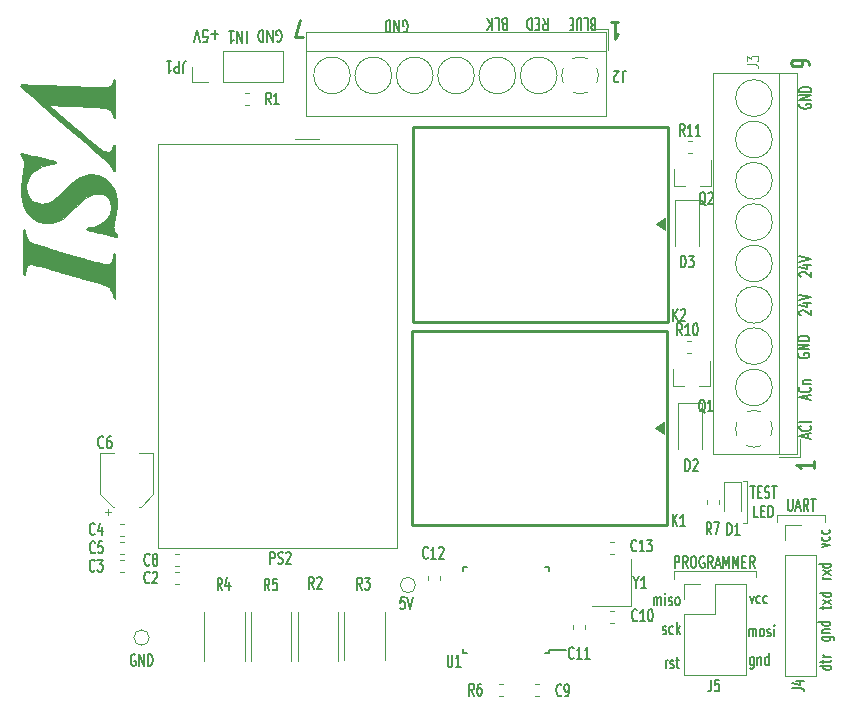
<source format=gbr>
G04 #@! TF.GenerationSoftware,KiCad,Pcbnew,(5.1.4-0)*
G04 #@! TF.CreationDate,2021-09-24T08:54:23+03:00*
G04 #@! TF.ProjectId,relay_logic_board,72656c61-795f-46c6-9f67-69635f626f61,rev?*
G04 #@! TF.SameCoordinates,Original*
G04 #@! TF.FileFunction,Legend,Top*
G04 #@! TF.FilePolarity,Positive*
%FSLAX46Y46*%
G04 Gerber Fmt 4.6, Leading zero omitted, Abs format (unit mm)*
G04 Created by KiCad (PCBNEW (5.1.4-0)) date 2021-09-24 08:54:23*
%MOMM*%
%LPD*%
G04 APERTURE LIST*
%ADD10C,0.187500*%
%ADD11C,0.150000*%
%ADD12C,0.250000*%
%ADD13C,0.120000*%
%ADD14C,0.010000*%
%ADD15C,0.254000*%
%ADD16C,0.100000*%
%ADD17C,0.125000*%
G04 APERTURE END LIST*
D10*
X135496428Y-68375000D02*
X135567857Y-68422619D01*
X135675000Y-68422619D01*
X135782142Y-68375000D01*
X135853571Y-68279761D01*
X135889285Y-68184523D01*
X135925000Y-67994047D01*
X135925000Y-67851190D01*
X135889285Y-67660714D01*
X135853571Y-67565476D01*
X135782142Y-67470238D01*
X135675000Y-67422619D01*
X135603571Y-67422619D01*
X135496428Y-67470238D01*
X135460714Y-67517857D01*
X135460714Y-67851190D01*
X135603571Y-67851190D01*
X135139285Y-67422619D02*
X135139285Y-68422619D01*
X134710714Y-67422619D01*
X134710714Y-68422619D01*
X134353571Y-67422619D02*
X134353571Y-68422619D01*
X134175000Y-68422619D01*
X134067857Y-68375000D01*
X133996428Y-68279761D01*
X133960714Y-68184523D01*
X133925000Y-67994047D01*
X133925000Y-67851190D01*
X133960714Y-67660714D01*
X133996428Y-67565476D01*
X134067857Y-67470238D01*
X134175000Y-67422619D01*
X134353571Y-67422619D01*
X132950000Y-67497619D02*
X132950000Y-68497619D01*
X132592857Y-67497619D02*
X132592857Y-68497619D01*
X132164285Y-67497619D01*
X132164285Y-68497619D01*
X131414285Y-67497619D02*
X131842857Y-67497619D01*
X131628571Y-67497619D02*
X131628571Y-68497619D01*
X131700000Y-68354761D01*
X131771428Y-68259523D01*
X131842857Y-68211904D01*
X130539285Y-67778571D02*
X129967857Y-67778571D01*
X130253571Y-67397619D02*
X130253571Y-68159523D01*
X129253571Y-68397619D02*
X129610714Y-68397619D01*
X129646428Y-67921428D01*
X129610714Y-67969047D01*
X129539285Y-68016666D01*
X129360714Y-68016666D01*
X129289285Y-67969047D01*
X129253571Y-67921428D01*
X129217857Y-67826190D01*
X129217857Y-67588095D01*
X129253571Y-67492857D01*
X129289285Y-67445238D01*
X129360714Y-67397619D01*
X129539285Y-67397619D01*
X129610714Y-67445238D01*
X129646428Y-67492857D01*
X129003571Y-68397619D02*
X128753571Y-67397619D01*
X128503571Y-68397619D01*
D11*
X146183333Y-67550000D02*
X146250000Y-67597619D01*
X146350000Y-67597619D01*
X146450000Y-67550000D01*
X146516666Y-67454761D01*
X146550000Y-67359523D01*
X146583333Y-67169047D01*
X146583333Y-67026190D01*
X146550000Y-66835714D01*
X146516666Y-66740476D01*
X146450000Y-66645238D01*
X146350000Y-66597619D01*
X146283333Y-66597619D01*
X146183333Y-66645238D01*
X146150000Y-66692857D01*
X146150000Y-67026190D01*
X146283333Y-67026190D01*
X145850000Y-66597619D02*
X145850000Y-67597619D01*
X145450000Y-66597619D01*
X145450000Y-67597619D01*
X145116666Y-66597619D02*
X145116666Y-67597619D01*
X144950000Y-67597619D01*
X144850000Y-67550000D01*
X144783333Y-67454761D01*
X144750000Y-67359523D01*
X144716666Y-67169047D01*
X144716666Y-67026190D01*
X144750000Y-66835714D01*
X144783333Y-66740476D01*
X144850000Y-66645238D01*
X144950000Y-66597619D01*
X145116666Y-66597619D01*
X154758333Y-66921428D02*
X154658333Y-66873809D01*
X154625000Y-66826190D01*
X154591666Y-66730952D01*
X154591666Y-66588095D01*
X154625000Y-66492857D01*
X154658333Y-66445238D01*
X154725000Y-66397619D01*
X154991666Y-66397619D01*
X154991666Y-67397619D01*
X154758333Y-67397619D01*
X154691666Y-67350000D01*
X154658333Y-67302380D01*
X154625000Y-67207142D01*
X154625000Y-67111904D01*
X154658333Y-67016666D01*
X154691666Y-66969047D01*
X154758333Y-66921428D01*
X154991666Y-66921428D01*
X153958333Y-66397619D02*
X154291666Y-66397619D01*
X154291666Y-67397619D01*
X153725000Y-66397619D02*
X153725000Y-67397619D01*
X153325000Y-66397619D02*
X153625000Y-66969047D01*
X153325000Y-67397619D02*
X153725000Y-66826190D01*
X158025000Y-66397619D02*
X158258333Y-66873809D01*
X158425000Y-66397619D02*
X158425000Y-67397619D01*
X158158333Y-67397619D01*
X158091666Y-67350000D01*
X158058333Y-67302380D01*
X158025000Y-67207142D01*
X158025000Y-67064285D01*
X158058333Y-66969047D01*
X158091666Y-66921428D01*
X158158333Y-66873809D01*
X158425000Y-66873809D01*
X157725000Y-66921428D02*
X157491666Y-66921428D01*
X157391666Y-66397619D02*
X157725000Y-66397619D01*
X157725000Y-67397619D01*
X157391666Y-67397619D01*
X157091666Y-66397619D02*
X157091666Y-67397619D01*
X156925000Y-67397619D01*
X156825000Y-67350000D01*
X156758333Y-67254761D01*
X156725000Y-67159523D01*
X156691666Y-66969047D01*
X156691666Y-66826190D01*
X156725000Y-66635714D01*
X156758333Y-66540476D01*
X156825000Y-66445238D01*
X156925000Y-66397619D01*
X157091666Y-66397619D01*
X162251190Y-66946428D02*
X162158333Y-66898809D01*
X162127380Y-66851190D01*
X162096428Y-66755952D01*
X162096428Y-66613095D01*
X162127380Y-66517857D01*
X162158333Y-66470238D01*
X162220238Y-66422619D01*
X162467857Y-66422619D01*
X162467857Y-67422619D01*
X162251190Y-67422619D01*
X162189285Y-67375000D01*
X162158333Y-67327380D01*
X162127380Y-67232142D01*
X162127380Y-67136904D01*
X162158333Y-67041666D01*
X162189285Y-66994047D01*
X162251190Y-66946428D01*
X162467857Y-66946428D01*
X161508333Y-66422619D02*
X161817857Y-66422619D01*
X161817857Y-67422619D01*
X161291666Y-67422619D02*
X161291666Y-66613095D01*
X161260714Y-66517857D01*
X161229761Y-66470238D01*
X161167857Y-66422619D01*
X161044047Y-66422619D01*
X160982142Y-66470238D01*
X160951190Y-66517857D01*
X160920238Y-66613095D01*
X160920238Y-67422619D01*
X160610714Y-66946428D02*
X160394047Y-66946428D01*
X160301190Y-66422619D02*
X160610714Y-66422619D01*
X160610714Y-67422619D01*
X160301190Y-67422619D01*
X179800000Y-73683333D02*
X179752380Y-73750000D01*
X179752380Y-73850000D01*
X179800000Y-73950000D01*
X179895238Y-74016666D01*
X179990476Y-74050000D01*
X180180952Y-74083333D01*
X180323809Y-74083333D01*
X180514285Y-74050000D01*
X180609523Y-74016666D01*
X180704761Y-73950000D01*
X180752380Y-73850000D01*
X180752380Y-73783333D01*
X180704761Y-73683333D01*
X180657142Y-73650000D01*
X180323809Y-73650000D01*
X180323809Y-73783333D01*
X180752380Y-73350000D02*
X179752380Y-73350000D01*
X180752380Y-72950000D01*
X179752380Y-72950000D01*
X180752380Y-72616666D02*
X179752380Y-72616666D01*
X179752380Y-72450000D01*
X179800000Y-72350000D01*
X179895238Y-72283333D01*
X179990476Y-72250000D01*
X180180952Y-72216666D01*
X180323809Y-72216666D01*
X180514285Y-72250000D01*
X180609523Y-72283333D01*
X180704761Y-72350000D01*
X180752380Y-72450000D01*
X180752380Y-72616666D01*
X179847619Y-88283333D02*
X179800000Y-88250000D01*
X179752380Y-88183333D01*
X179752380Y-88016666D01*
X179800000Y-87950000D01*
X179847619Y-87916666D01*
X179942857Y-87883333D01*
X180038095Y-87883333D01*
X180180952Y-87916666D01*
X180752380Y-88316666D01*
X180752380Y-87883333D01*
X180085714Y-87283333D02*
X180752380Y-87283333D01*
X179704761Y-87450000D02*
X180419047Y-87616666D01*
X180419047Y-87183333D01*
X179752380Y-87016666D02*
X180752380Y-86783333D01*
X179752380Y-86550000D01*
X179847619Y-91533333D02*
X179800000Y-91500000D01*
X179752380Y-91433333D01*
X179752380Y-91266666D01*
X179800000Y-91200000D01*
X179847619Y-91166666D01*
X179942857Y-91133333D01*
X180038095Y-91133333D01*
X180180952Y-91166666D01*
X180752380Y-91566666D01*
X180752380Y-91133333D01*
X180085714Y-90533333D02*
X180752380Y-90533333D01*
X179704761Y-90700000D02*
X180419047Y-90866666D01*
X180419047Y-90433333D01*
X179752380Y-90266666D02*
X180752380Y-90033333D01*
X179752380Y-89800000D01*
X179650000Y-94783333D02*
X179602380Y-94850000D01*
X179602380Y-94950000D01*
X179650000Y-95050000D01*
X179745238Y-95116666D01*
X179840476Y-95150000D01*
X180030952Y-95183333D01*
X180173809Y-95183333D01*
X180364285Y-95150000D01*
X180459523Y-95116666D01*
X180554761Y-95050000D01*
X180602380Y-94950000D01*
X180602380Y-94883333D01*
X180554761Y-94783333D01*
X180507142Y-94750000D01*
X180173809Y-94750000D01*
X180173809Y-94883333D01*
X180602380Y-94450000D02*
X179602380Y-94450000D01*
X180602380Y-94050000D01*
X179602380Y-94050000D01*
X180602380Y-93716666D02*
X179602380Y-93716666D01*
X179602380Y-93550000D01*
X179650000Y-93450000D01*
X179745238Y-93383333D01*
X179840476Y-93350000D01*
X180030952Y-93316666D01*
X180173809Y-93316666D01*
X180364285Y-93350000D01*
X180459523Y-93383333D01*
X180554761Y-93450000D01*
X180602380Y-93550000D01*
X180602380Y-93716666D01*
X180416666Y-98683333D02*
X180416666Y-98350000D01*
X180702380Y-98750000D02*
X179702380Y-98516666D01*
X180702380Y-98283333D01*
X180607142Y-97650000D02*
X180654761Y-97683333D01*
X180702380Y-97783333D01*
X180702380Y-97850000D01*
X180654761Y-97950000D01*
X180559523Y-98016666D01*
X180464285Y-98050000D01*
X180273809Y-98083333D01*
X180130952Y-98083333D01*
X179940476Y-98050000D01*
X179845238Y-98016666D01*
X179750000Y-97950000D01*
X179702380Y-97850000D01*
X179702380Y-97783333D01*
X179750000Y-97683333D01*
X179797619Y-97650000D01*
X180035714Y-97350000D02*
X180702380Y-97350000D01*
X180130952Y-97350000D02*
X180083333Y-97316666D01*
X180035714Y-97250000D01*
X180035714Y-97150000D01*
X180083333Y-97083333D01*
X180178571Y-97050000D01*
X180702380Y-97050000D01*
X180466666Y-101950000D02*
X180466666Y-101616666D01*
X180752380Y-102016666D02*
X179752380Y-101783333D01*
X180752380Y-101550000D01*
X180657142Y-100916666D02*
X180704761Y-100950000D01*
X180752380Y-101050000D01*
X180752380Y-101116666D01*
X180704761Y-101216666D01*
X180609523Y-101283333D01*
X180514285Y-101316666D01*
X180323809Y-101350000D01*
X180180952Y-101350000D01*
X179990476Y-101316666D01*
X179895238Y-101283333D01*
X179800000Y-101216666D01*
X179752380Y-101116666D01*
X179752380Y-101050000D01*
X179800000Y-100950000D01*
X179847619Y-100916666D01*
X180752380Y-100516666D02*
X180704761Y-100583333D01*
X180609523Y-100616666D01*
X179752380Y-100616666D01*
D12*
X137708333Y-68021428D02*
X137041666Y-68021428D01*
X137470238Y-66521428D01*
X163839285Y-66696428D02*
X164410714Y-66696428D01*
X164125000Y-66696428D02*
X164125000Y-68196428D01*
X164220238Y-67982142D01*
X164315476Y-67839285D01*
X164410714Y-67767857D01*
X180578571Y-70390476D02*
X180578571Y-70200000D01*
X180507142Y-70104761D01*
X180435714Y-70057142D01*
X180221428Y-69961904D01*
X179935714Y-69914285D01*
X179364285Y-69914285D01*
X179221428Y-69961904D01*
X179150000Y-70009523D01*
X179078571Y-70104761D01*
X179078571Y-70295238D01*
X179150000Y-70390476D01*
X179221428Y-70438095D01*
X179364285Y-70485714D01*
X179721428Y-70485714D01*
X179864285Y-70438095D01*
X179935714Y-70390476D01*
X180007142Y-70295238D01*
X180007142Y-70104761D01*
X179935714Y-70009523D01*
X179864285Y-69961904D01*
X179721428Y-69914285D01*
X180978571Y-103914285D02*
X180978571Y-104485714D01*
X180978571Y-104200000D02*
X179478571Y-104200000D01*
X179692857Y-104295238D01*
X179835714Y-104390476D01*
X179907142Y-104485714D01*
D11*
X123516666Y-120300000D02*
X123450000Y-120252380D01*
X123350000Y-120252380D01*
X123250000Y-120300000D01*
X123183333Y-120395238D01*
X123150000Y-120490476D01*
X123116666Y-120680952D01*
X123116666Y-120823809D01*
X123150000Y-121014285D01*
X123183333Y-121109523D01*
X123250000Y-121204761D01*
X123350000Y-121252380D01*
X123416666Y-121252380D01*
X123516666Y-121204761D01*
X123550000Y-121157142D01*
X123550000Y-120823809D01*
X123416666Y-120823809D01*
X123850000Y-121252380D02*
X123850000Y-120252380D01*
X124250000Y-121252380D01*
X124250000Y-120252380D01*
X124583333Y-121252380D02*
X124583333Y-120252380D01*
X124750000Y-120252380D01*
X124850000Y-120300000D01*
X124916666Y-120395238D01*
X124950000Y-120490476D01*
X124983333Y-120680952D01*
X124983333Y-120823809D01*
X124950000Y-121014285D01*
X124916666Y-121109523D01*
X124850000Y-121204761D01*
X124750000Y-121252380D01*
X124583333Y-121252380D01*
X146316666Y-115402380D02*
X145983333Y-115402380D01*
X145950000Y-115878571D01*
X145983333Y-115830952D01*
X146050000Y-115783333D01*
X146216666Y-115783333D01*
X146283333Y-115830952D01*
X146316666Y-115878571D01*
X146350000Y-115973809D01*
X146350000Y-116211904D01*
X146316666Y-116307142D01*
X146283333Y-116354761D01*
X146216666Y-116402380D01*
X146050000Y-116402380D01*
X145983333Y-116354761D01*
X145950000Y-116307142D01*
X146550000Y-115402380D02*
X146783333Y-116402380D01*
X147016666Y-115402380D01*
X175583333Y-106027380D02*
X175983333Y-106027380D01*
X175783333Y-107027380D02*
X175783333Y-106027380D01*
X176216666Y-106503571D02*
X176450000Y-106503571D01*
X176550000Y-107027380D02*
X176216666Y-107027380D01*
X176216666Y-106027380D01*
X176550000Y-106027380D01*
X176816666Y-106979761D02*
X176916666Y-107027380D01*
X177083333Y-107027380D01*
X177150000Y-106979761D01*
X177183333Y-106932142D01*
X177216666Y-106836904D01*
X177216666Y-106741666D01*
X177183333Y-106646428D01*
X177150000Y-106598809D01*
X177083333Y-106551190D01*
X176950000Y-106503571D01*
X176883333Y-106455952D01*
X176850000Y-106408333D01*
X176816666Y-106313095D01*
X176816666Y-106217857D01*
X176850000Y-106122619D01*
X176883333Y-106075000D01*
X176950000Y-106027380D01*
X177116666Y-106027380D01*
X177216666Y-106075000D01*
X177416666Y-106027380D02*
X177816666Y-106027380D01*
X177616666Y-107027380D02*
X177616666Y-106027380D01*
X176250000Y-108677380D02*
X175916666Y-108677380D01*
X175916666Y-107677380D01*
X176483333Y-108153571D02*
X176716666Y-108153571D01*
X176816666Y-108677380D02*
X176483333Y-108677380D01*
X176483333Y-107677380D01*
X176816666Y-107677380D01*
X177116666Y-108677380D02*
X177116666Y-107677380D01*
X177283333Y-107677380D01*
X177383333Y-107725000D01*
X177450000Y-107820238D01*
X177483333Y-107915476D01*
X177516666Y-108105952D01*
X177516666Y-108248809D01*
X177483333Y-108439285D01*
X177450000Y-108534523D01*
X177383333Y-108629761D01*
X177283333Y-108677380D01*
X177116666Y-108677380D01*
D13*
X175350000Y-109150000D02*
X175000000Y-109150000D01*
X175350000Y-105600000D02*
X175350000Y-109150000D01*
X175000000Y-105600000D02*
X175350000Y-105600000D01*
D11*
X178783333Y-107102380D02*
X178783333Y-107911904D01*
X178816666Y-108007142D01*
X178850000Y-108054761D01*
X178916666Y-108102380D01*
X179050000Y-108102380D01*
X179116666Y-108054761D01*
X179150000Y-108007142D01*
X179183333Y-107911904D01*
X179183333Y-107102380D01*
X179483333Y-107816666D02*
X179816666Y-107816666D01*
X179416666Y-108102380D02*
X179650000Y-107102380D01*
X179883333Y-108102380D01*
X180516666Y-108102380D02*
X180283333Y-107626190D01*
X180116666Y-108102380D02*
X180116666Y-107102380D01*
X180383333Y-107102380D01*
X180450000Y-107150000D01*
X180483333Y-107197619D01*
X180516666Y-107292857D01*
X180516666Y-107435714D01*
X180483333Y-107530952D01*
X180450000Y-107578571D01*
X180383333Y-107626190D01*
X180116666Y-107626190D01*
X180716666Y-107102380D02*
X181116666Y-107102380D01*
X180916666Y-108102380D02*
X180916666Y-107102380D01*
D13*
X181900000Y-108500000D02*
X181900000Y-109050000D01*
X181750000Y-108500000D02*
X181900000Y-108500000D01*
X181350000Y-108500000D02*
X181750000Y-108500000D01*
X177850000Y-108500000D02*
X181350000Y-108500000D01*
X177850000Y-109100000D02*
X177850000Y-108500000D01*
D11*
X181635714Y-111216666D02*
X182302380Y-111050000D01*
X181635714Y-110883333D01*
X182254761Y-110316666D02*
X182302380Y-110383333D01*
X182302380Y-110516666D01*
X182254761Y-110583333D01*
X182207142Y-110616666D01*
X182111904Y-110650000D01*
X181826190Y-110650000D01*
X181730952Y-110616666D01*
X181683333Y-110583333D01*
X181635714Y-110516666D01*
X181635714Y-110383333D01*
X181683333Y-110316666D01*
X182254761Y-109716666D02*
X182302380Y-109783333D01*
X182302380Y-109916666D01*
X182254761Y-109983333D01*
X182207142Y-110016666D01*
X182111904Y-110050000D01*
X181826190Y-110050000D01*
X181730952Y-110016666D01*
X181683333Y-109983333D01*
X181635714Y-109916666D01*
X181635714Y-109783333D01*
X181683333Y-109716666D01*
X182402380Y-113900000D02*
X181735714Y-113900000D01*
X181926190Y-113900000D02*
X181830952Y-113866666D01*
X181783333Y-113833333D01*
X181735714Y-113766666D01*
X181735714Y-113700000D01*
X182402380Y-113533333D02*
X181735714Y-113166666D01*
X181735714Y-113533333D02*
X182402380Y-113166666D01*
X182402380Y-112600000D02*
X181402380Y-112600000D01*
X182354761Y-112600000D02*
X182402380Y-112666666D01*
X182402380Y-112800000D01*
X182354761Y-112866666D01*
X182307142Y-112900000D01*
X182211904Y-112933333D01*
X181926190Y-112933333D01*
X181830952Y-112900000D01*
X181783333Y-112866666D01*
X181735714Y-112800000D01*
X181735714Y-112666666D01*
X181783333Y-112600000D01*
X181785714Y-116433333D02*
X181785714Y-116166666D01*
X181452380Y-116333333D02*
X182309523Y-116333333D01*
X182404761Y-116300000D01*
X182452380Y-116233333D01*
X182452380Y-116166666D01*
X182452380Y-116000000D02*
X181785714Y-115633333D01*
X181785714Y-116000000D02*
X182452380Y-115633333D01*
X182452380Y-115066666D02*
X181452380Y-115066666D01*
X182404761Y-115066666D02*
X182452380Y-115133333D01*
X182452380Y-115266666D01*
X182404761Y-115333333D01*
X182357142Y-115366666D01*
X182261904Y-115400000D01*
X181976190Y-115400000D01*
X181880952Y-115366666D01*
X181833333Y-115333333D01*
X181785714Y-115266666D01*
X181785714Y-115133333D01*
X181833333Y-115066666D01*
X181685714Y-118783333D02*
X182495238Y-118783333D01*
X182590476Y-118816666D01*
X182638095Y-118850000D01*
X182685714Y-118916666D01*
X182685714Y-119016666D01*
X182638095Y-119083333D01*
X182304761Y-118783333D02*
X182352380Y-118850000D01*
X182352380Y-118983333D01*
X182304761Y-119050000D01*
X182257142Y-119083333D01*
X182161904Y-119116666D01*
X181876190Y-119116666D01*
X181780952Y-119083333D01*
X181733333Y-119050000D01*
X181685714Y-118983333D01*
X181685714Y-118850000D01*
X181733333Y-118783333D01*
X181685714Y-118450000D02*
X182352380Y-118450000D01*
X181780952Y-118450000D02*
X181733333Y-118416666D01*
X181685714Y-118350000D01*
X181685714Y-118250000D01*
X181733333Y-118183333D01*
X181828571Y-118150000D01*
X182352380Y-118150000D01*
X182352380Y-117516666D02*
X181352380Y-117516666D01*
X182304761Y-117516666D02*
X182352380Y-117583333D01*
X182352380Y-117716666D01*
X182304761Y-117783333D01*
X182257142Y-117816666D01*
X182161904Y-117850000D01*
X181876190Y-117850000D01*
X181780952Y-117816666D01*
X181733333Y-117783333D01*
X181685714Y-117716666D01*
X181685714Y-117583333D01*
X181733333Y-117516666D01*
X182452380Y-121216666D02*
X181452380Y-121216666D01*
X182404761Y-121216666D02*
X182452380Y-121283333D01*
X182452380Y-121416666D01*
X182404761Y-121483333D01*
X182357142Y-121516666D01*
X182261904Y-121550000D01*
X181976190Y-121550000D01*
X181880952Y-121516666D01*
X181833333Y-121483333D01*
X181785714Y-121416666D01*
X181785714Y-121283333D01*
X181833333Y-121216666D01*
X181785714Y-120983333D02*
X181785714Y-120716666D01*
X181452380Y-120883333D02*
X182309523Y-120883333D01*
X182404761Y-120850000D01*
X182452380Y-120783333D01*
X182452380Y-120716666D01*
X182452380Y-120483333D02*
X181785714Y-120483333D01*
X181976190Y-120483333D02*
X181880952Y-120450000D01*
X181833333Y-120416666D01*
X181785714Y-120350000D01*
X181785714Y-120283333D01*
X169183333Y-112952380D02*
X169183333Y-111952380D01*
X169450000Y-111952380D01*
X169516666Y-112000000D01*
X169550000Y-112047619D01*
X169583333Y-112142857D01*
X169583333Y-112285714D01*
X169550000Y-112380952D01*
X169516666Y-112428571D01*
X169450000Y-112476190D01*
X169183333Y-112476190D01*
X170283333Y-112952380D02*
X170050000Y-112476190D01*
X169883333Y-112952380D02*
X169883333Y-111952380D01*
X170150000Y-111952380D01*
X170216666Y-112000000D01*
X170250000Y-112047619D01*
X170283333Y-112142857D01*
X170283333Y-112285714D01*
X170250000Y-112380952D01*
X170216666Y-112428571D01*
X170150000Y-112476190D01*
X169883333Y-112476190D01*
X170716666Y-111952380D02*
X170850000Y-111952380D01*
X170916666Y-112000000D01*
X170983333Y-112095238D01*
X171016666Y-112285714D01*
X171016666Y-112619047D01*
X170983333Y-112809523D01*
X170916666Y-112904761D01*
X170850000Y-112952380D01*
X170716666Y-112952380D01*
X170650000Y-112904761D01*
X170583333Y-112809523D01*
X170550000Y-112619047D01*
X170550000Y-112285714D01*
X170583333Y-112095238D01*
X170650000Y-112000000D01*
X170716666Y-111952380D01*
X171683333Y-112000000D02*
X171616666Y-111952380D01*
X171516666Y-111952380D01*
X171416666Y-112000000D01*
X171350000Y-112095238D01*
X171316666Y-112190476D01*
X171283333Y-112380952D01*
X171283333Y-112523809D01*
X171316666Y-112714285D01*
X171350000Y-112809523D01*
X171416666Y-112904761D01*
X171516666Y-112952380D01*
X171583333Y-112952380D01*
X171683333Y-112904761D01*
X171716666Y-112857142D01*
X171716666Y-112523809D01*
X171583333Y-112523809D01*
X172416666Y-112952380D02*
X172183333Y-112476190D01*
X172016666Y-112952380D02*
X172016666Y-111952380D01*
X172283333Y-111952380D01*
X172350000Y-112000000D01*
X172383333Y-112047619D01*
X172416666Y-112142857D01*
X172416666Y-112285714D01*
X172383333Y-112380952D01*
X172350000Y-112428571D01*
X172283333Y-112476190D01*
X172016666Y-112476190D01*
X172683333Y-112666666D02*
X173016666Y-112666666D01*
X172616666Y-112952380D02*
X172850000Y-111952380D01*
X173083333Y-112952380D01*
X173316666Y-112952380D02*
X173316666Y-111952380D01*
X173550000Y-112666666D01*
X173783333Y-111952380D01*
X173783333Y-112952380D01*
X174116666Y-112952380D02*
X174116666Y-111952380D01*
X174350000Y-112666666D01*
X174583333Y-111952380D01*
X174583333Y-112952380D01*
X174916666Y-112428571D02*
X175150000Y-112428571D01*
X175250000Y-112952380D02*
X174916666Y-112952380D01*
X174916666Y-111952380D01*
X175250000Y-111952380D01*
X175950000Y-112952380D02*
X175716666Y-112476190D01*
X175550000Y-112952380D02*
X175550000Y-111952380D01*
X175816666Y-111952380D01*
X175883333Y-112000000D01*
X175916666Y-112047619D01*
X175950000Y-112142857D01*
X175950000Y-112285714D01*
X175916666Y-112380952D01*
X175883333Y-112428571D01*
X175816666Y-112476190D01*
X175550000Y-112476190D01*
D13*
X176050000Y-113250000D02*
X176050000Y-113750000D01*
X175800000Y-113250000D02*
X176050000Y-113250000D01*
X169150000Y-113250000D02*
X175800000Y-113250000D01*
X169150000Y-113850000D02*
X169150000Y-113250000D01*
D11*
X168416666Y-121452380D02*
X168416666Y-120785714D01*
X168416666Y-120976190D02*
X168450000Y-120880952D01*
X168483333Y-120833333D01*
X168550000Y-120785714D01*
X168616666Y-120785714D01*
X168816666Y-121404761D02*
X168883333Y-121452380D01*
X169016666Y-121452380D01*
X169083333Y-121404761D01*
X169116666Y-121309523D01*
X169116666Y-121261904D01*
X169083333Y-121166666D01*
X169016666Y-121119047D01*
X168916666Y-121119047D01*
X168850000Y-121071428D01*
X168816666Y-120976190D01*
X168816666Y-120928571D01*
X168850000Y-120833333D01*
X168916666Y-120785714D01*
X169016666Y-120785714D01*
X169083333Y-120833333D01*
X169316666Y-120785714D02*
X169583333Y-120785714D01*
X169416666Y-120452380D02*
X169416666Y-121309523D01*
X169450000Y-121404761D01*
X169516666Y-121452380D01*
X169583333Y-121452380D01*
X168166666Y-118504761D02*
X168233333Y-118552380D01*
X168366666Y-118552380D01*
X168433333Y-118504761D01*
X168466666Y-118409523D01*
X168466666Y-118361904D01*
X168433333Y-118266666D01*
X168366666Y-118219047D01*
X168266666Y-118219047D01*
X168200000Y-118171428D01*
X168166666Y-118076190D01*
X168166666Y-118028571D01*
X168200000Y-117933333D01*
X168266666Y-117885714D01*
X168366666Y-117885714D01*
X168433333Y-117933333D01*
X169066666Y-118504761D02*
X169000000Y-118552380D01*
X168866666Y-118552380D01*
X168800000Y-118504761D01*
X168766666Y-118457142D01*
X168733333Y-118361904D01*
X168733333Y-118076190D01*
X168766666Y-117980952D01*
X168800000Y-117933333D01*
X168866666Y-117885714D01*
X169000000Y-117885714D01*
X169066666Y-117933333D01*
X169366666Y-118552380D02*
X169366666Y-117552380D01*
X169433333Y-118171428D02*
X169633333Y-118552380D01*
X169633333Y-117885714D02*
X169366666Y-118266666D01*
X167433333Y-116102380D02*
X167433333Y-115435714D01*
X167433333Y-115530952D02*
X167466666Y-115483333D01*
X167533333Y-115435714D01*
X167633333Y-115435714D01*
X167700000Y-115483333D01*
X167733333Y-115578571D01*
X167733333Y-116102380D01*
X167733333Y-115578571D02*
X167766666Y-115483333D01*
X167833333Y-115435714D01*
X167933333Y-115435714D01*
X168000000Y-115483333D01*
X168033333Y-115578571D01*
X168033333Y-116102380D01*
X168366666Y-116102380D02*
X168366666Y-115435714D01*
X168366666Y-115102380D02*
X168333333Y-115150000D01*
X168366666Y-115197619D01*
X168400000Y-115150000D01*
X168366666Y-115102380D01*
X168366666Y-115197619D01*
X168666666Y-116054761D02*
X168733333Y-116102380D01*
X168866666Y-116102380D01*
X168933333Y-116054761D01*
X168966666Y-115959523D01*
X168966666Y-115911904D01*
X168933333Y-115816666D01*
X168866666Y-115769047D01*
X168766666Y-115769047D01*
X168700000Y-115721428D01*
X168666666Y-115626190D01*
X168666666Y-115578571D01*
X168700000Y-115483333D01*
X168766666Y-115435714D01*
X168866666Y-115435714D01*
X168933333Y-115483333D01*
X169366666Y-116102380D02*
X169300000Y-116054761D01*
X169266666Y-116007142D01*
X169233333Y-115911904D01*
X169233333Y-115626190D01*
X169266666Y-115530952D01*
X169300000Y-115483333D01*
X169366666Y-115435714D01*
X169466666Y-115435714D01*
X169533333Y-115483333D01*
X169566666Y-115530952D01*
X169600000Y-115626190D01*
X169600000Y-115911904D01*
X169566666Y-116007142D01*
X169533333Y-116054761D01*
X169466666Y-116102380D01*
X169366666Y-116102380D01*
X175533333Y-115285714D02*
X175700000Y-115952380D01*
X175866666Y-115285714D01*
X176433333Y-115904761D02*
X176366666Y-115952380D01*
X176233333Y-115952380D01*
X176166666Y-115904761D01*
X176133333Y-115857142D01*
X176100000Y-115761904D01*
X176100000Y-115476190D01*
X176133333Y-115380952D01*
X176166666Y-115333333D01*
X176233333Y-115285714D01*
X176366666Y-115285714D01*
X176433333Y-115333333D01*
X177033333Y-115904761D02*
X176966666Y-115952380D01*
X176833333Y-115952380D01*
X176766666Y-115904761D01*
X176733333Y-115857142D01*
X176700000Y-115761904D01*
X176700000Y-115476190D01*
X176733333Y-115380952D01*
X176766666Y-115333333D01*
X176833333Y-115285714D01*
X176966666Y-115285714D01*
X177033333Y-115333333D01*
X175483333Y-118752380D02*
X175483333Y-118085714D01*
X175483333Y-118180952D02*
X175516666Y-118133333D01*
X175583333Y-118085714D01*
X175683333Y-118085714D01*
X175750000Y-118133333D01*
X175783333Y-118228571D01*
X175783333Y-118752380D01*
X175783333Y-118228571D02*
X175816666Y-118133333D01*
X175883333Y-118085714D01*
X175983333Y-118085714D01*
X176050000Y-118133333D01*
X176083333Y-118228571D01*
X176083333Y-118752380D01*
X176516666Y-118752380D02*
X176450000Y-118704761D01*
X176416666Y-118657142D01*
X176383333Y-118561904D01*
X176383333Y-118276190D01*
X176416666Y-118180952D01*
X176450000Y-118133333D01*
X176516666Y-118085714D01*
X176616666Y-118085714D01*
X176683333Y-118133333D01*
X176716666Y-118180952D01*
X176750000Y-118276190D01*
X176750000Y-118561904D01*
X176716666Y-118657142D01*
X176683333Y-118704761D01*
X176616666Y-118752380D01*
X176516666Y-118752380D01*
X177016666Y-118704761D02*
X177083333Y-118752380D01*
X177216666Y-118752380D01*
X177283333Y-118704761D01*
X177316666Y-118609523D01*
X177316666Y-118561904D01*
X177283333Y-118466666D01*
X177216666Y-118419047D01*
X177116666Y-118419047D01*
X177050000Y-118371428D01*
X177016666Y-118276190D01*
X177016666Y-118228571D01*
X177050000Y-118133333D01*
X177116666Y-118085714D01*
X177216666Y-118085714D01*
X177283333Y-118133333D01*
X177616666Y-118752380D02*
X177616666Y-118085714D01*
X177616666Y-117752380D02*
X177583333Y-117800000D01*
X177616666Y-117847619D01*
X177650000Y-117800000D01*
X177616666Y-117752380D01*
X177616666Y-117847619D01*
X175866666Y-120485714D02*
X175866666Y-121295238D01*
X175833333Y-121390476D01*
X175800000Y-121438095D01*
X175733333Y-121485714D01*
X175633333Y-121485714D01*
X175566666Y-121438095D01*
X175866666Y-121104761D02*
X175800000Y-121152380D01*
X175666666Y-121152380D01*
X175600000Y-121104761D01*
X175566666Y-121057142D01*
X175533333Y-120961904D01*
X175533333Y-120676190D01*
X175566666Y-120580952D01*
X175600000Y-120533333D01*
X175666666Y-120485714D01*
X175800000Y-120485714D01*
X175866666Y-120533333D01*
X176200000Y-120485714D02*
X176200000Y-121152380D01*
X176200000Y-120580952D02*
X176233333Y-120533333D01*
X176300000Y-120485714D01*
X176400000Y-120485714D01*
X176466666Y-120533333D01*
X176500000Y-120628571D01*
X176500000Y-121152380D01*
X177133333Y-121152380D02*
X177133333Y-120152380D01*
X177133333Y-121104761D02*
X177066666Y-121152380D01*
X176933333Y-121152380D01*
X176866666Y-121104761D01*
X176833333Y-121057142D01*
X176800000Y-120961904D01*
X176800000Y-120676190D01*
X176833333Y-120580952D01*
X176866666Y-120533333D01*
X176933333Y-120485714D01*
X177066666Y-120485714D01*
X177133333Y-120533333D01*
D14*
G36*
X121741750Y-79325841D02*
G01*
X121672647Y-79305307D01*
X121613885Y-79232459D01*
X121565761Y-79129386D01*
X121495719Y-79001030D01*
X121386544Y-78846081D01*
X121260659Y-78696076D01*
X121248261Y-78682820D01*
X121184871Y-78622065D01*
X121061661Y-78510036D01*
X120883057Y-78350599D01*
X120653488Y-78147620D01*
X120377381Y-77904967D01*
X120059165Y-77626505D01*
X119703266Y-77316103D01*
X119314114Y-76977625D01*
X118896136Y-76614938D01*
X118453759Y-76231910D01*
X117991411Y-75832407D01*
X117513521Y-75420294D01*
X117413167Y-75333857D01*
X116840738Y-74840638D01*
X116329527Y-74399528D01*
X115876340Y-74007684D01*
X115477983Y-73662263D01*
X115131263Y-73360422D01*
X114832987Y-73099319D01*
X114579961Y-72876110D01*
X114368991Y-72687953D01*
X114196883Y-72532006D01*
X114060446Y-72405424D01*
X113956484Y-72305366D01*
X113881805Y-72228989D01*
X113833214Y-72173449D01*
X113807519Y-72135904D01*
X113801439Y-72118747D01*
X113808483Y-72026316D01*
X113843772Y-72000725D01*
X113893625Y-72002050D01*
X114021816Y-72006370D01*
X114222076Y-72013452D01*
X114488136Y-72023066D01*
X114813729Y-72034980D01*
X115192586Y-72048963D01*
X115618440Y-72064785D01*
X116085022Y-72082214D01*
X116586064Y-72101019D01*
X117115298Y-72120969D01*
X117497834Y-72135440D01*
X118044864Y-72155753D01*
X118569417Y-72174430D01*
X119065074Y-72191291D01*
X119525415Y-72206154D01*
X119944018Y-72218836D01*
X120314465Y-72229158D01*
X120630334Y-72236936D01*
X120885206Y-72241988D01*
X121072660Y-72244135D01*
X121186275Y-72243193D01*
X121218008Y-72240714D01*
X121387840Y-72156201D01*
X121519570Y-72008711D01*
X121597740Y-71816847D01*
X121605688Y-71774112D01*
X121629139Y-71652918D01*
X121659853Y-71596610D01*
X121710434Y-71585577D01*
X121725731Y-71587313D01*
X121748557Y-71591961D01*
X121767219Y-71604029D01*
X121782200Y-71631430D01*
X121793985Y-71682079D01*
X121803058Y-71763889D01*
X121809903Y-71884775D01*
X121815006Y-72052650D01*
X121818849Y-72275430D01*
X121821918Y-72561027D01*
X121824697Y-72917356D01*
X121826914Y-73240583D01*
X121829598Y-73665383D01*
X121830929Y-74012729D01*
X121830269Y-74289835D01*
X121826980Y-74503910D01*
X121820424Y-74662167D01*
X121809962Y-74771815D01*
X121794957Y-74840067D01*
X121774769Y-74874133D01*
X121748761Y-74881225D01*
X121716295Y-74868554D01*
X121684596Y-74848602D01*
X121650472Y-74790164D01*
X121621452Y-74681618D01*
X121614807Y-74639565D01*
X121552019Y-74421602D01*
X121424397Y-74248281D01*
X121228673Y-74117146D01*
X120961580Y-74025744D01*
X120744910Y-73986031D01*
X120641371Y-73975599D01*
X120470536Y-73962819D01*
X120241841Y-73948121D01*
X119964722Y-73931933D01*
X119648617Y-73914685D01*
X119302961Y-73896806D01*
X118937193Y-73878724D01*
X118560748Y-73860868D01*
X118183063Y-73843668D01*
X117813574Y-73827552D01*
X117461719Y-73812949D01*
X117136935Y-73800288D01*
X116848657Y-73789999D01*
X116606322Y-73782510D01*
X116419368Y-73778250D01*
X116297230Y-73777647D01*
X116249346Y-73781132D01*
X116249000Y-73781664D01*
X116280072Y-73812621D01*
X116368899Y-73892939D01*
X116508899Y-74016938D01*
X116693494Y-74178939D01*
X116916100Y-74373265D01*
X117170137Y-74594236D01*
X117449024Y-74836173D01*
X117746180Y-75093399D01*
X118055024Y-75360233D01*
X118368974Y-75630998D01*
X118681450Y-75900015D01*
X118985871Y-76161605D01*
X119275655Y-76410089D01*
X119544222Y-76639789D01*
X119784989Y-76845025D01*
X119991377Y-77020120D01*
X120156805Y-77159395D01*
X120274690Y-77257170D01*
X120308533Y-77284568D01*
X120581144Y-77483520D01*
X120821939Y-77616918D01*
X121043623Y-77691221D01*
X121139116Y-77706941D01*
X121268514Y-77711980D01*
X121356624Y-77682352D01*
X121428366Y-77621816D01*
X121507649Y-77512401D01*
X121574393Y-77370656D01*
X121587385Y-77330923D01*
X121624168Y-77205198D01*
X121650683Y-77142953D01*
X121681976Y-77126875D01*
X121733097Y-77139652D01*
X121749144Y-77144821D01*
X121776010Y-77155958D01*
X121796755Y-77176836D01*
X121812169Y-77217399D01*
X121823043Y-77287591D01*
X121830167Y-77397359D01*
X121834334Y-77556647D01*
X121836333Y-77775400D01*
X121836957Y-78063562D01*
X121837000Y-78249353D01*
X121837000Y-79326000D01*
X121741750Y-79325841D01*
X121741750Y-79325841D01*
G37*
X121741750Y-79325841D02*
X121672647Y-79305307D01*
X121613885Y-79232459D01*
X121565761Y-79129386D01*
X121495719Y-79001030D01*
X121386544Y-78846081D01*
X121260659Y-78696076D01*
X121248261Y-78682820D01*
X121184871Y-78622065D01*
X121061661Y-78510036D01*
X120883057Y-78350599D01*
X120653488Y-78147620D01*
X120377381Y-77904967D01*
X120059165Y-77626505D01*
X119703266Y-77316103D01*
X119314114Y-76977625D01*
X118896136Y-76614938D01*
X118453759Y-76231910D01*
X117991411Y-75832407D01*
X117513521Y-75420294D01*
X117413167Y-75333857D01*
X116840738Y-74840638D01*
X116329527Y-74399528D01*
X115876340Y-74007684D01*
X115477983Y-73662263D01*
X115131263Y-73360422D01*
X114832987Y-73099319D01*
X114579961Y-72876110D01*
X114368991Y-72687953D01*
X114196883Y-72532006D01*
X114060446Y-72405424D01*
X113956484Y-72305366D01*
X113881805Y-72228989D01*
X113833214Y-72173449D01*
X113807519Y-72135904D01*
X113801439Y-72118747D01*
X113808483Y-72026316D01*
X113843772Y-72000725D01*
X113893625Y-72002050D01*
X114021816Y-72006370D01*
X114222076Y-72013452D01*
X114488136Y-72023066D01*
X114813729Y-72034980D01*
X115192586Y-72048963D01*
X115618440Y-72064785D01*
X116085022Y-72082214D01*
X116586064Y-72101019D01*
X117115298Y-72120969D01*
X117497834Y-72135440D01*
X118044864Y-72155753D01*
X118569417Y-72174430D01*
X119065074Y-72191291D01*
X119525415Y-72206154D01*
X119944018Y-72218836D01*
X120314465Y-72229158D01*
X120630334Y-72236936D01*
X120885206Y-72241988D01*
X121072660Y-72244135D01*
X121186275Y-72243193D01*
X121218008Y-72240714D01*
X121387840Y-72156201D01*
X121519570Y-72008711D01*
X121597740Y-71816847D01*
X121605688Y-71774112D01*
X121629139Y-71652918D01*
X121659853Y-71596610D01*
X121710434Y-71585577D01*
X121725731Y-71587313D01*
X121748557Y-71591961D01*
X121767219Y-71604029D01*
X121782200Y-71631430D01*
X121793985Y-71682079D01*
X121803058Y-71763889D01*
X121809903Y-71884775D01*
X121815006Y-72052650D01*
X121818849Y-72275430D01*
X121821918Y-72561027D01*
X121824697Y-72917356D01*
X121826914Y-73240583D01*
X121829598Y-73665383D01*
X121830929Y-74012729D01*
X121830269Y-74289835D01*
X121826980Y-74503910D01*
X121820424Y-74662167D01*
X121809962Y-74771815D01*
X121794957Y-74840067D01*
X121774769Y-74874133D01*
X121748761Y-74881225D01*
X121716295Y-74868554D01*
X121684596Y-74848602D01*
X121650472Y-74790164D01*
X121621452Y-74681618D01*
X121614807Y-74639565D01*
X121552019Y-74421602D01*
X121424397Y-74248281D01*
X121228673Y-74117146D01*
X120961580Y-74025744D01*
X120744910Y-73986031D01*
X120641371Y-73975599D01*
X120470536Y-73962819D01*
X120241841Y-73948121D01*
X119964722Y-73931933D01*
X119648617Y-73914685D01*
X119302961Y-73896806D01*
X118937193Y-73878724D01*
X118560748Y-73860868D01*
X118183063Y-73843668D01*
X117813574Y-73827552D01*
X117461719Y-73812949D01*
X117136935Y-73800288D01*
X116848657Y-73789999D01*
X116606322Y-73782510D01*
X116419368Y-73778250D01*
X116297230Y-73777647D01*
X116249346Y-73781132D01*
X116249000Y-73781664D01*
X116280072Y-73812621D01*
X116368899Y-73892939D01*
X116508899Y-74016938D01*
X116693494Y-74178939D01*
X116916100Y-74373265D01*
X117170137Y-74594236D01*
X117449024Y-74836173D01*
X117746180Y-75093399D01*
X118055024Y-75360233D01*
X118368974Y-75630998D01*
X118681450Y-75900015D01*
X118985871Y-76161605D01*
X119275655Y-76410089D01*
X119544222Y-76639789D01*
X119784989Y-76845025D01*
X119991377Y-77020120D01*
X120156805Y-77159395D01*
X120274690Y-77257170D01*
X120308533Y-77284568D01*
X120581144Y-77483520D01*
X120821939Y-77616918D01*
X121043623Y-77691221D01*
X121139116Y-77706941D01*
X121268514Y-77711980D01*
X121356624Y-77682352D01*
X121428366Y-77621816D01*
X121507649Y-77512401D01*
X121574393Y-77370656D01*
X121587385Y-77330923D01*
X121624168Y-77205198D01*
X121650683Y-77142953D01*
X121681976Y-77126875D01*
X121733097Y-77139652D01*
X121749144Y-77144821D01*
X121776010Y-77155958D01*
X121796755Y-77176836D01*
X121812169Y-77217399D01*
X121823043Y-77287591D01*
X121830167Y-77397359D01*
X121834334Y-77556647D01*
X121836333Y-77775400D01*
X121836957Y-78063562D01*
X121837000Y-78249353D01*
X121837000Y-79326000D01*
X121741750Y-79325841D01*
G36*
X122001619Y-84922728D02*
G01*
X121990967Y-84956333D01*
X121947212Y-84946713D01*
X121833479Y-84919844D01*
X121662001Y-84878712D01*
X121445014Y-84826301D01*
X121194752Y-84765597D01*
X120923449Y-84699586D01*
X120643341Y-84631254D01*
X120366661Y-84563585D01*
X120105645Y-84499565D01*
X119872526Y-84442181D01*
X119679539Y-84394416D01*
X119538920Y-84359258D01*
X119462901Y-84339691D01*
X119455750Y-84337683D01*
X119392813Y-84282304D01*
X119381667Y-84238343D01*
X119419055Y-84157074D01*
X119527243Y-84114963D01*
X119604675Y-84109667D01*
X119758762Y-84091644D01*
X119960901Y-84043132D01*
X120183903Y-83972468D01*
X120400578Y-83887985D01*
X120535352Y-83824349D01*
X120790225Y-83661511D01*
X121028009Y-83453719D01*
X121229462Y-83221226D01*
X121375338Y-82984280D01*
X121409564Y-82904416D01*
X121489122Y-82585883D01*
X121490969Y-82275022D01*
X121417511Y-81983028D01*
X121271156Y-81721097D01*
X121119302Y-81554970D01*
X120919105Y-81399399D01*
X120721417Y-81306815D01*
X120495194Y-81265580D01*
X120334167Y-81260636D01*
X120138801Y-81270667D01*
X119956443Y-81301429D01*
X119778325Y-81358447D01*
X119595677Y-81447246D01*
X119399729Y-81573350D01*
X119181712Y-81742283D01*
X118932857Y-81959571D01*
X118644394Y-82230737D01*
X118373590Y-82495745D01*
X118030871Y-82826588D01*
X117729820Y-83096232D01*
X117460492Y-83310593D01*
X117212943Y-83475586D01*
X116977228Y-83597130D01*
X116743403Y-83681140D01*
X116501523Y-83733533D01*
X116249000Y-83759791D01*
X115809559Y-83748196D01*
X115403765Y-83661020D01*
X115035410Y-83501912D01*
X114708283Y-83274518D01*
X114426176Y-82982485D01*
X114192878Y-82629460D01*
X114012181Y-82219090D01*
X113887873Y-81755023D01*
X113840864Y-81442667D01*
X113821310Y-81172985D01*
X113821835Y-80887631D01*
X113843631Y-80571694D01*
X113887890Y-80210261D01*
X113955804Y-79788422D01*
X113986972Y-79615099D01*
X114047342Y-79251473D01*
X114080343Y-78955133D01*
X114085463Y-78713073D01*
X114062190Y-78512283D01*
X114010012Y-78339758D01*
X113930731Y-78186198D01*
X113837281Y-78016090D01*
X113796143Y-77893504D01*
X113808064Y-77824022D01*
X113873789Y-77813227D01*
X113881123Y-77814995D01*
X113941997Y-77829773D01*
X114075120Y-77861345D01*
X114270280Y-77907313D01*
X114517262Y-77965279D01*
X114805853Y-78032845D01*
X115125839Y-78107614D01*
X115383957Y-78167830D01*
X115763316Y-78256527D01*
X116068238Y-78328747D01*
X116306815Y-78386919D01*
X116487142Y-78433470D01*
X116617308Y-78470828D01*
X116705408Y-78501422D01*
X116759534Y-78527678D01*
X116787778Y-78552026D01*
X116798232Y-78576893D01*
X116799334Y-78592478D01*
X116782700Y-78659170D01*
X116717970Y-78696246D01*
X116640584Y-78712251D01*
X116527586Y-78732663D01*
X116360910Y-78765829D01*
X116169482Y-78805922D01*
X116088048Y-78823559D01*
X115637680Y-78956231D01*
X115244391Y-79142824D01*
X114911897Y-79379962D01*
X114643912Y-79664269D01*
X114444151Y-79992369D01*
X114316330Y-80360887D01*
X114297582Y-80450549D01*
X114272853Y-80785120D01*
X114319427Y-81101554D01*
X114429556Y-81390733D01*
X114595493Y-81643539D01*
X114809489Y-81850852D01*
X115063798Y-82003555D01*
X115350670Y-82092528D01*
X115662360Y-82108654D01*
X115703343Y-82105024D01*
X115898001Y-82075827D01*
X116082261Y-82026679D01*
X116265394Y-81951609D01*
X116456672Y-81844647D01*
X116665366Y-81699823D01*
X116900749Y-81511165D01*
X117172091Y-81272702D01*
X117488665Y-80978464D01*
X117564292Y-80906616D01*
X117934124Y-80564166D01*
X118262128Y-80284020D01*
X118557627Y-80061014D01*
X118829944Y-79889985D01*
X119088404Y-79765768D01*
X119342327Y-79683198D01*
X119601039Y-79637112D01*
X119873861Y-79622346D01*
X119882857Y-79622333D01*
X120282064Y-79662803D01*
X120657319Y-79784321D01*
X121008992Y-79987047D01*
X121312200Y-80245596D01*
X121584737Y-80570782D01*
X121788712Y-80934851D01*
X121924512Y-81340161D01*
X121992524Y-81789068D01*
X121993136Y-82283929D01*
X121926735Y-82827100D01*
X121818590Y-83325815D01*
X121740637Y-83650628D01*
X121692141Y-83908422D01*
X121673866Y-84111835D01*
X121686575Y-84273504D01*
X121731032Y-84406067D01*
X121808002Y-84522161D01*
X121896478Y-84614462D01*
X121984701Y-84738500D01*
X122006334Y-84836712D01*
X122001619Y-84922728D01*
X122001619Y-84922728D01*
G37*
X122001619Y-84922728D02*
X121990967Y-84956333D01*
X121947212Y-84946713D01*
X121833479Y-84919844D01*
X121662001Y-84878712D01*
X121445014Y-84826301D01*
X121194752Y-84765597D01*
X120923449Y-84699586D01*
X120643341Y-84631254D01*
X120366661Y-84563585D01*
X120105645Y-84499565D01*
X119872526Y-84442181D01*
X119679539Y-84394416D01*
X119538920Y-84359258D01*
X119462901Y-84339691D01*
X119455750Y-84337683D01*
X119392813Y-84282304D01*
X119381667Y-84238343D01*
X119419055Y-84157074D01*
X119527243Y-84114963D01*
X119604675Y-84109667D01*
X119758762Y-84091644D01*
X119960901Y-84043132D01*
X120183903Y-83972468D01*
X120400578Y-83887985D01*
X120535352Y-83824349D01*
X120790225Y-83661511D01*
X121028009Y-83453719D01*
X121229462Y-83221226D01*
X121375338Y-82984280D01*
X121409564Y-82904416D01*
X121489122Y-82585883D01*
X121490969Y-82275022D01*
X121417511Y-81983028D01*
X121271156Y-81721097D01*
X121119302Y-81554970D01*
X120919105Y-81399399D01*
X120721417Y-81306815D01*
X120495194Y-81265580D01*
X120334167Y-81260636D01*
X120138801Y-81270667D01*
X119956443Y-81301429D01*
X119778325Y-81358447D01*
X119595677Y-81447246D01*
X119399729Y-81573350D01*
X119181712Y-81742283D01*
X118932857Y-81959571D01*
X118644394Y-82230737D01*
X118373590Y-82495745D01*
X118030871Y-82826588D01*
X117729820Y-83096232D01*
X117460492Y-83310593D01*
X117212943Y-83475586D01*
X116977228Y-83597130D01*
X116743403Y-83681140D01*
X116501523Y-83733533D01*
X116249000Y-83759791D01*
X115809559Y-83748196D01*
X115403765Y-83661020D01*
X115035410Y-83501912D01*
X114708283Y-83274518D01*
X114426176Y-82982485D01*
X114192878Y-82629460D01*
X114012181Y-82219090D01*
X113887873Y-81755023D01*
X113840864Y-81442667D01*
X113821310Y-81172985D01*
X113821835Y-80887631D01*
X113843631Y-80571694D01*
X113887890Y-80210261D01*
X113955804Y-79788422D01*
X113986972Y-79615099D01*
X114047342Y-79251473D01*
X114080343Y-78955133D01*
X114085463Y-78713073D01*
X114062190Y-78512283D01*
X114010012Y-78339758D01*
X113930731Y-78186198D01*
X113837281Y-78016090D01*
X113796143Y-77893504D01*
X113808064Y-77824022D01*
X113873789Y-77813227D01*
X113881123Y-77814995D01*
X113941997Y-77829773D01*
X114075120Y-77861345D01*
X114270280Y-77907313D01*
X114517262Y-77965279D01*
X114805853Y-78032845D01*
X115125839Y-78107614D01*
X115383957Y-78167830D01*
X115763316Y-78256527D01*
X116068238Y-78328747D01*
X116306815Y-78386919D01*
X116487142Y-78433470D01*
X116617308Y-78470828D01*
X116705408Y-78501422D01*
X116759534Y-78527678D01*
X116787778Y-78552026D01*
X116798232Y-78576893D01*
X116799334Y-78592478D01*
X116782700Y-78659170D01*
X116717970Y-78696246D01*
X116640584Y-78712251D01*
X116527586Y-78732663D01*
X116360910Y-78765829D01*
X116169482Y-78805922D01*
X116088048Y-78823559D01*
X115637680Y-78956231D01*
X115244391Y-79142824D01*
X114911897Y-79379962D01*
X114643912Y-79664269D01*
X114444151Y-79992369D01*
X114316330Y-80360887D01*
X114297582Y-80450549D01*
X114272853Y-80785120D01*
X114319427Y-81101554D01*
X114429556Y-81390733D01*
X114595493Y-81643539D01*
X114809489Y-81850852D01*
X115063798Y-82003555D01*
X115350670Y-82092528D01*
X115662360Y-82108654D01*
X115703343Y-82105024D01*
X115898001Y-82075827D01*
X116082261Y-82026679D01*
X116265394Y-81951609D01*
X116456672Y-81844647D01*
X116665366Y-81699823D01*
X116900749Y-81511165D01*
X117172091Y-81272702D01*
X117488665Y-80978464D01*
X117564292Y-80906616D01*
X117934124Y-80564166D01*
X118262128Y-80284020D01*
X118557627Y-80061014D01*
X118829944Y-79889985D01*
X119088404Y-79765768D01*
X119342327Y-79683198D01*
X119601039Y-79637112D01*
X119873861Y-79622346D01*
X119882857Y-79622333D01*
X120282064Y-79662803D01*
X120657319Y-79784321D01*
X121008992Y-79987047D01*
X121312200Y-80245596D01*
X121584737Y-80570782D01*
X121788712Y-80934851D01*
X121924512Y-81340161D01*
X121992524Y-81789068D01*
X121993136Y-82283929D01*
X121926735Y-82827100D01*
X121818590Y-83325815D01*
X121740637Y-83650628D01*
X121692141Y-83908422D01*
X121673866Y-84111835D01*
X121686575Y-84273504D01*
X121731032Y-84406067D01*
X121808002Y-84522161D01*
X121896478Y-84614462D01*
X121984701Y-84738500D01*
X122006334Y-84836712D01*
X122001619Y-84922728D01*
G36*
X121836158Y-88694569D02*
G01*
X121833715Y-89086150D01*
X121829799Y-89426842D01*
X121824537Y-89710410D01*
X121818057Y-89930620D01*
X121810485Y-90081239D01*
X121801948Y-90156031D01*
X121798130Y-90163333D01*
X121690145Y-90136634D01*
X121635570Y-90050745D01*
X121625334Y-89952460D01*
X121592486Y-89718071D01*
X121503708Y-89487476D01*
X121373652Y-89298056D01*
X121365502Y-89289483D01*
X121259322Y-89202872D01*
X121108156Y-89106865D01*
X120954553Y-89027026D01*
X120864765Y-88992998D01*
X120702365Y-88938998D01*
X120475608Y-88867397D01*
X120192748Y-88780565D01*
X119862040Y-88680875D01*
X119491738Y-88570696D01*
X119090096Y-88452400D01*
X118665369Y-88328358D01*
X118225811Y-88200941D01*
X117779678Y-88072520D01*
X117335222Y-87945465D01*
X116900700Y-87822147D01*
X116484364Y-87704939D01*
X116094471Y-87596209D01*
X115739273Y-87498331D01*
X115427026Y-87413673D01*
X115165984Y-87344609D01*
X114964402Y-87293507D01*
X114830533Y-87262740D01*
X114784861Y-87254884D01*
X114615021Y-87251005D01*
X114488873Y-87276096D01*
X114473963Y-87283081D01*
X114379865Y-87374209D01*
X114296466Y-87531815D01*
X114231497Y-87737761D01*
X114197073Y-87932708D01*
X114175686Y-88073536D01*
X114149579Y-88146033D01*
X114111744Y-88166502D01*
X114097231Y-88164968D01*
X114080501Y-88156179D01*
X114066517Y-88132035D01*
X114054975Y-88085359D01*
X114045577Y-88008973D01*
X114038020Y-87895701D01*
X114032004Y-87738367D01*
X114027228Y-87529793D01*
X114023392Y-87262803D01*
X114020194Y-86930219D01*
X114017333Y-86524866D01*
X114015490Y-86215177D01*
X114013015Y-85760136D01*
X114011402Y-85382545D01*
X114010907Y-85075191D01*
X114011787Y-84830859D01*
X114014296Y-84642335D01*
X114018690Y-84502406D01*
X114025226Y-84403858D01*
X114034159Y-84339475D01*
X114045744Y-84302045D01*
X114060238Y-84284354D01*
X114077895Y-84279187D01*
X114084120Y-84279000D01*
X114134143Y-84295409D01*
X114166257Y-84357084D01*
X114189516Y-84482691D01*
X114191927Y-84501250D01*
X114242676Y-84788037D01*
X114320689Y-85009118D01*
X114438391Y-85182141D01*
X114608204Y-85324756D01*
X114842552Y-85454610D01*
X114873167Y-85469042D01*
X114960374Y-85502449D01*
X115120828Y-85556470D01*
X115346325Y-85628599D01*
X115628662Y-85716334D01*
X115959637Y-85817169D01*
X116331046Y-85928599D01*
X116734687Y-86048122D01*
X117162356Y-86173232D01*
X117497834Y-86270346D01*
X118103822Y-86444874D01*
X118633971Y-86597307D01*
X119093760Y-86729125D01*
X119488666Y-86841810D01*
X119824170Y-86936842D01*
X120105749Y-87015702D01*
X120338883Y-87079871D01*
X120529049Y-87130830D01*
X120681728Y-87170059D01*
X120802397Y-87199040D01*
X120896535Y-87219252D01*
X120969621Y-87232178D01*
X121027134Y-87239298D01*
X121074552Y-87242092D01*
X121093964Y-87242333D01*
X121283152Y-87212198D01*
X121427294Y-87118994D01*
X121529689Y-86958523D01*
X121593637Y-86726589D01*
X121612190Y-86582868D01*
X121630560Y-86431008D01*
X121652928Y-86350203D01*
X121683947Y-86326844D01*
X121698614Y-86330062D01*
X121777495Y-86351380D01*
X121798130Y-86353333D01*
X121807031Y-86394626D01*
X121815021Y-86514347D01*
X121821973Y-86706263D01*
X121827759Y-86964139D01*
X121832252Y-87281741D01*
X121835325Y-87652835D01*
X121836852Y-88071187D01*
X121837000Y-88258333D01*
X121836158Y-88694569D01*
X121836158Y-88694569D01*
G37*
X121836158Y-88694569D02*
X121833715Y-89086150D01*
X121829799Y-89426842D01*
X121824537Y-89710410D01*
X121818057Y-89930620D01*
X121810485Y-90081239D01*
X121801948Y-90156031D01*
X121798130Y-90163333D01*
X121690145Y-90136634D01*
X121635570Y-90050745D01*
X121625334Y-89952460D01*
X121592486Y-89718071D01*
X121503708Y-89487476D01*
X121373652Y-89298056D01*
X121365502Y-89289483D01*
X121259322Y-89202872D01*
X121108156Y-89106865D01*
X120954553Y-89027026D01*
X120864765Y-88992998D01*
X120702365Y-88938998D01*
X120475608Y-88867397D01*
X120192748Y-88780565D01*
X119862040Y-88680875D01*
X119491738Y-88570696D01*
X119090096Y-88452400D01*
X118665369Y-88328358D01*
X118225811Y-88200941D01*
X117779678Y-88072520D01*
X117335222Y-87945465D01*
X116900700Y-87822147D01*
X116484364Y-87704939D01*
X116094471Y-87596209D01*
X115739273Y-87498331D01*
X115427026Y-87413673D01*
X115165984Y-87344609D01*
X114964402Y-87293507D01*
X114830533Y-87262740D01*
X114784861Y-87254884D01*
X114615021Y-87251005D01*
X114488873Y-87276096D01*
X114473963Y-87283081D01*
X114379865Y-87374209D01*
X114296466Y-87531815D01*
X114231497Y-87737761D01*
X114197073Y-87932708D01*
X114175686Y-88073536D01*
X114149579Y-88146033D01*
X114111744Y-88166502D01*
X114097231Y-88164968D01*
X114080501Y-88156179D01*
X114066517Y-88132035D01*
X114054975Y-88085359D01*
X114045577Y-88008973D01*
X114038020Y-87895701D01*
X114032004Y-87738367D01*
X114027228Y-87529793D01*
X114023392Y-87262803D01*
X114020194Y-86930219D01*
X114017333Y-86524866D01*
X114015490Y-86215177D01*
X114013015Y-85760136D01*
X114011402Y-85382545D01*
X114010907Y-85075191D01*
X114011787Y-84830859D01*
X114014296Y-84642335D01*
X114018690Y-84502406D01*
X114025226Y-84403858D01*
X114034159Y-84339475D01*
X114045744Y-84302045D01*
X114060238Y-84284354D01*
X114077895Y-84279187D01*
X114084120Y-84279000D01*
X114134143Y-84295409D01*
X114166257Y-84357084D01*
X114189516Y-84482691D01*
X114191927Y-84501250D01*
X114242676Y-84788037D01*
X114320689Y-85009118D01*
X114438391Y-85182141D01*
X114608204Y-85324756D01*
X114842552Y-85454610D01*
X114873167Y-85469042D01*
X114960374Y-85502449D01*
X115120828Y-85556470D01*
X115346325Y-85628599D01*
X115628662Y-85716334D01*
X115959637Y-85817169D01*
X116331046Y-85928599D01*
X116734687Y-86048122D01*
X117162356Y-86173232D01*
X117497834Y-86270346D01*
X118103822Y-86444874D01*
X118633971Y-86597307D01*
X119093760Y-86729125D01*
X119488666Y-86841810D01*
X119824170Y-86936842D01*
X120105749Y-87015702D01*
X120338883Y-87079871D01*
X120529049Y-87130830D01*
X120681728Y-87170059D01*
X120802397Y-87199040D01*
X120896535Y-87219252D01*
X120969621Y-87232178D01*
X121027134Y-87239298D01*
X121074552Y-87242092D01*
X121093964Y-87242333D01*
X121283152Y-87212198D01*
X121427294Y-87118994D01*
X121529689Y-86958523D01*
X121593637Y-86726589D01*
X121612190Y-86582868D01*
X121630560Y-86431008D01*
X121652928Y-86350203D01*
X121683947Y-86326844D01*
X121698614Y-86330062D01*
X121777495Y-86351380D01*
X121798130Y-86353333D01*
X121807031Y-86394626D01*
X121815021Y-86514347D01*
X121821973Y-86706263D01*
X121827759Y-86964139D01*
X121832252Y-87281741D01*
X121835325Y-87652835D01*
X121836852Y-88071187D01*
X121837000Y-88258333D01*
X121836158Y-88694569D01*
D15*
X168650000Y-92100000D02*
X168650000Y-75600000D01*
X168650000Y-75600000D02*
X147050000Y-75600000D01*
X147050000Y-75600000D02*
X147050000Y-92100000D01*
X147050000Y-92100000D02*
X168650000Y-92100000D01*
D16*
G36*
X168350000Y-84350000D02*
G01*
X167600000Y-83850000D01*
X168350000Y-83350000D01*
X168350000Y-84350000D01*
G37*
X168350000Y-84350000D02*
X167600000Y-83850000D01*
X168350000Y-83350000D01*
X168350000Y-84350000D01*
D13*
X139050000Y-76660000D02*
X137040000Y-76660000D01*
X145650000Y-111250000D02*
X145650000Y-77050000D01*
X125450000Y-111250000D02*
X145650000Y-111250000D01*
X125450000Y-77050000D02*
X125450000Y-111250000D01*
X145650000Y-77050000D02*
X125450000Y-77050000D01*
X127212779Y-114310000D02*
X126887221Y-114310000D01*
X127212779Y-113290000D02*
X126887221Y-113290000D01*
X122587779Y-112290000D02*
X122262221Y-112290000D01*
X122587779Y-113310000D02*
X122262221Y-113310000D01*
X122587779Y-110210000D02*
X122262221Y-110210000D01*
X122587779Y-109190000D02*
X122262221Y-109190000D01*
X122587779Y-110740000D02*
X122262221Y-110740000D01*
X122587779Y-111760000D02*
X122262221Y-111760000D01*
X127212779Y-112760000D02*
X126887221Y-112760000D01*
X127212779Y-111740000D02*
X126887221Y-111740000D01*
X157387221Y-123810000D02*
X157712779Y-123810000D01*
X157387221Y-122790000D02*
X157712779Y-122790000D01*
X164062779Y-117610000D02*
X163737221Y-117610000D01*
X164062779Y-116590000D02*
X163737221Y-116590000D01*
X160540000Y-117787221D02*
X160540000Y-118112779D01*
X161560000Y-117787221D02*
X161560000Y-118112779D01*
X148290000Y-113962779D02*
X148290000Y-113637221D01*
X149310000Y-113962779D02*
X149310000Y-113637221D01*
X163737221Y-111810000D02*
X164062779Y-111810000D01*
X163737221Y-110790000D02*
X164062779Y-110790000D01*
X174835000Y-108150000D02*
X174835000Y-105690000D01*
X174835000Y-105690000D02*
X173365000Y-105690000D01*
X173365000Y-105690000D02*
X173365000Y-108150000D01*
X171500000Y-98950000D02*
X171500000Y-102850000D01*
X169500000Y-98950000D02*
X169500000Y-102850000D01*
X171500000Y-98950000D02*
X169500000Y-98950000D01*
X171250000Y-81800000D02*
X169250000Y-81800000D01*
X169250000Y-81800000D02*
X169250000Y-85700000D01*
X171250000Y-81800000D02*
X171250000Y-85700000D01*
X178520000Y-122110000D02*
X181180000Y-122110000D01*
X178520000Y-111890000D02*
X178520000Y-122110000D01*
X181180000Y-111890000D02*
X181180000Y-122110000D01*
X178520000Y-111890000D02*
X181180000Y-111890000D01*
X178520000Y-110620000D02*
X178520000Y-109290000D01*
X178520000Y-109290000D02*
X179850000Y-109290000D01*
X170020000Y-122010000D02*
X175220000Y-122010000D01*
X170020000Y-116870000D02*
X170020000Y-122010000D01*
X175220000Y-114270000D02*
X175220000Y-122010000D01*
X170020000Y-116870000D02*
X172620000Y-116870000D01*
X172620000Y-116870000D02*
X172620000Y-114270000D01*
X172620000Y-114270000D02*
X175220000Y-114270000D01*
X170020000Y-115600000D02*
X170020000Y-114270000D01*
X170020000Y-114270000D02*
X171350000Y-114270000D01*
X136060000Y-71830000D02*
X136060000Y-69170000D01*
X130920000Y-71830000D02*
X136060000Y-71830000D01*
X130920000Y-69170000D02*
X136060000Y-69170000D01*
X130920000Y-71830000D02*
X130920000Y-69170000D01*
X129650000Y-71830000D02*
X128320000Y-71830000D01*
X128320000Y-71830000D02*
X128320000Y-70500000D01*
D16*
G36*
X168275000Y-101600000D02*
G01*
X167525000Y-101100000D01*
X168275000Y-100600000D01*
X168275000Y-101600000D01*
G37*
X168275000Y-101600000D02*
X167525000Y-101100000D01*
X168275000Y-100600000D01*
X168275000Y-101600000D01*
D15*
X146975000Y-109350000D02*
X168575000Y-109350000D01*
X146975000Y-92850000D02*
X146975000Y-109350000D01*
X168575000Y-92850000D02*
X146975000Y-92850000D01*
X168575000Y-109350000D02*
X168575000Y-92850000D01*
D13*
X169045000Y-97560000D02*
X169045000Y-96100000D01*
X172205000Y-97560000D02*
X172205000Y-95400000D01*
X172205000Y-97560000D02*
X171275000Y-97560000D01*
X169045000Y-97560000D02*
X169975000Y-97560000D01*
X169095000Y-80610000D02*
X170025000Y-80610000D01*
X172255000Y-80610000D02*
X171325000Y-80610000D01*
X172255000Y-80610000D02*
X172255000Y-78450000D01*
X169095000Y-80610000D02*
X169095000Y-79150000D01*
X133137779Y-73760000D02*
X132812221Y-73760000D01*
X133137779Y-72740000D02*
X132812221Y-72740000D01*
X140685000Y-120802064D02*
X140685000Y-116697936D01*
X137265000Y-120802064D02*
X137265000Y-116697936D01*
X144635000Y-116672936D02*
X144635000Y-120777064D01*
X141215000Y-116672936D02*
X141215000Y-120777064D01*
X132785000Y-120802064D02*
X132785000Y-116697936D01*
X129365000Y-120802064D02*
X129365000Y-116697936D01*
X136735000Y-116697936D02*
X136735000Y-120802064D01*
X133315000Y-116697936D02*
X133315000Y-120802064D01*
X154675279Y-123810000D02*
X154349721Y-123810000D01*
X154675279Y-122790000D02*
X154349721Y-122790000D01*
X171890000Y-107187221D02*
X171890000Y-107512779D01*
X172910000Y-107187221D02*
X172910000Y-107512779D01*
X170262221Y-93740000D02*
X170587779Y-93740000D01*
X170262221Y-94760000D02*
X170587779Y-94760000D01*
X170299721Y-77785000D02*
X170625279Y-77785000D01*
X170299721Y-76765000D02*
X170625279Y-76765000D01*
D16*
X147250000Y-114400000D02*
G75*
G03X147250000Y-114400000I-650000J0D01*
G01*
X124700000Y-118850000D02*
G75*
G03X124700000Y-118850000I-650000J0D01*
G01*
D11*
X158525000Y-120125000D02*
X158525000Y-119900000D01*
X151275000Y-120125000D02*
X151275000Y-119800000D01*
X151275000Y-112875000D02*
X151275000Y-113200000D01*
X158525000Y-112875000D02*
X158525000Y-113200000D01*
X158525000Y-120125000D02*
X158200000Y-120125000D01*
X158525000Y-112875000D02*
X158200000Y-112875000D01*
X151275000Y-112875000D02*
X151600000Y-112875000D01*
X151275000Y-120125000D02*
X151600000Y-120125000D01*
X158525000Y-119900000D02*
X159950000Y-119900000D01*
D13*
X162150000Y-116200000D02*
X165450000Y-116200000D01*
X165450000Y-116200000D02*
X165450000Y-112200000D01*
X125060000Y-103240000D02*
X123860000Y-103240000D01*
X120540000Y-103240000D02*
X121740000Y-103240000D01*
X120540000Y-106695563D02*
X120540000Y-103240000D01*
X125060000Y-106695563D02*
X125060000Y-103240000D01*
X123995563Y-107760000D02*
X123860000Y-107760000D01*
X121604437Y-107760000D02*
X121740000Y-107760000D01*
X121604437Y-107760000D02*
X120540000Y-106695563D01*
X123995563Y-107760000D02*
X125060000Y-106695563D01*
X121240000Y-108500000D02*
X121240000Y-108000000D01*
X120990000Y-108250000D02*
X121490000Y-108250000D01*
X160567413Y-69818615D02*
G75*
G02X161175000Y-69695000I607587J-1431385D01*
G01*
X159742891Y-71857742D02*
G75*
G02X159743000Y-70642000I1432109J607742D01*
G01*
X161782742Y-72682109D02*
G75*
G02X160567000Y-72682000I-607742J1432109D01*
G01*
X162607109Y-70642258D02*
G75*
G02X162607000Y-71858000I-1432109J-607742D01*
G01*
X161147989Y-69694508D02*
G75*
G02X161783000Y-69818000I27011J-1555492D01*
G01*
X159230000Y-71250000D02*
G75*
G03X159230000Y-71250000I-1555000J0D01*
G01*
X155730000Y-71250000D02*
G75*
G03X155730000Y-71250000I-1555000J0D01*
G01*
X152230000Y-71250000D02*
G75*
G03X152230000Y-71250000I-1555000J0D01*
G01*
X148730000Y-71250000D02*
G75*
G03X148730000Y-71250000I-1555000J0D01*
G01*
X145230000Y-71250000D02*
G75*
G03X145230000Y-71250000I-1555000J0D01*
G01*
X141730000Y-71250000D02*
G75*
G03X141730000Y-71250000I-1555000J0D01*
G01*
X163335000Y-69150000D02*
X138015000Y-69150000D01*
X163335000Y-74710000D02*
X138015000Y-74710000D01*
X163335000Y-67590000D02*
X138015000Y-67590000D01*
X163335000Y-74710000D02*
X163335000Y-67590000D01*
X138015000Y-74710000D02*
X138015000Y-67590000D01*
X163575000Y-69090000D02*
X163575000Y-67350000D01*
X163575000Y-67350000D02*
X162075000Y-67350000D01*
X177331385Y-100562413D02*
G75*
G02X177455000Y-101170000I-1431385J-607587D01*
G01*
X175292258Y-99737891D02*
G75*
G02X176508000Y-99738000I607742J-1432109D01*
G01*
X174467891Y-101777742D02*
G75*
G02X174468000Y-100562000I1432109J607742D01*
G01*
X176507742Y-102602109D02*
G75*
G02X175292000Y-102602000I-607742J1432109D01*
G01*
X177455492Y-101142989D02*
G75*
G02X177332000Y-101778000I-1555492J-27011D01*
G01*
X177455000Y-97670000D02*
G75*
G03X177455000Y-97670000I-1555000J0D01*
G01*
X177455000Y-94170000D02*
G75*
G03X177455000Y-94170000I-1555000J0D01*
G01*
X177455000Y-90670000D02*
G75*
G03X177455000Y-90670000I-1555000J0D01*
G01*
X177455000Y-87170000D02*
G75*
G03X177455000Y-87170000I-1555000J0D01*
G01*
X177455000Y-83670000D02*
G75*
G03X177455000Y-83670000I-1555000J0D01*
G01*
X177455000Y-80170000D02*
G75*
G03X177455000Y-80170000I-1555000J0D01*
G01*
X177455000Y-76670000D02*
G75*
G03X177455000Y-76670000I-1555000J0D01*
G01*
X177455000Y-73170000D02*
G75*
G03X177455000Y-73170000I-1555000J0D01*
G01*
X178000000Y-103330000D02*
X178000000Y-71010000D01*
X172440000Y-103330000D02*
X172440000Y-71010000D01*
X179560000Y-103330000D02*
X179560000Y-71010000D01*
X172440000Y-103330000D02*
X179560000Y-103330000D01*
X172440000Y-71010000D02*
X179560000Y-71010000D01*
X178060000Y-103570000D02*
X179800000Y-103570000D01*
X179800000Y-103570000D02*
X179800000Y-102070000D01*
D11*
X169033333Y-92052380D02*
X169033333Y-91052380D01*
X169433333Y-92052380D02*
X169133333Y-91480952D01*
X169433333Y-91052380D02*
X169033333Y-91623809D01*
X169700000Y-91147619D02*
X169733333Y-91100000D01*
X169800000Y-91052380D01*
X169966666Y-91052380D01*
X170033333Y-91100000D01*
X170066666Y-91147619D01*
X170100000Y-91242857D01*
X170100000Y-91338095D01*
X170066666Y-91480952D01*
X169666666Y-92052380D01*
X170100000Y-92052380D01*
X134950000Y-112602380D02*
X134950000Y-111602380D01*
X135216666Y-111602380D01*
X135283333Y-111650000D01*
X135316666Y-111697619D01*
X135350000Y-111792857D01*
X135350000Y-111935714D01*
X135316666Y-112030952D01*
X135283333Y-112078571D01*
X135216666Y-112126190D01*
X134950000Y-112126190D01*
X135616666Y-112554761D02*
X135716666Y-112602380D01*
X135883333Y-112602380D01*
X135950000Y-112554761D01*
X135983333Y-112507142D01*
X136016666Y-112411904D01*
X136016666Y-112316666D01*
X135983333Y-112221428D01*
X135950000Y-112173809D01*
X135883333Y-112126190D01*
X135750000Y-112078571D01*
X135683333Y-112030952D01*
X135650000Y-111983333D01*
X135616666Y-111888095D01*
X135616666Y-111792857D01*
X135650000Y-111697619D01*
X135683333Y-111650000D01*
X135750000Y-111602380D01*
X135916666Y-111602380D01*
X136016666Y-111650000D01*
X136283333Y-111697619D02*
X136316666Y-111650000D01*
X136383333Y-111602380D01*
X136550000Y-111602380D01*
X136616666Y-111650000D01*
X136650000Y-111697619D01*
X136683333Y-111792857D01*
X136683333Y-111888095D01*
X136650000Y-112030952D01*
X136250000Y-112602380D01*
X136683333Y-112602380D01*
X124733333Y-114157142D02*
X124700000Y-114204761D01*
X124600000Y-114252380D01*
X124533333Y-114252380D01*
X124433333Y-114204761D01*
X124366666Y-114109523D01*
X124333333Y-114014285D01*
X124300000Y-113823809D01*
X124300000Y-113680952D01*
X124333333Y-113490476D01*
X124366666Y-113395238D01*
X124433333Y-113300000D01*
X124533333Y-113252380D01*
X124600000Y-113252380D01*
X124700000Y-113300000D01*
X124733333Y-113347619D01*
X125000000Y-113347619D02*
X125033333Y-113300000D01*
X125100000Y-113252380D01*
X125266666Y-113252380D01*
X125333333Y-113300000D01*
X125366666Y-113347619D01*
X125400000Y-113442857D01*
X125400000Y-113538095D01*
X125366666Y-113680952D01*
X124966666Y-114252380D01*
X125400000Y-114252380D01*
X120083333Y-113157142D02*
X120050000Y-113204761D01*
X119950000Y-113252380D01*
X119883333Y-113252380D01*
X119783333Y-113204761D01*
X119716666Y-113109523D01*
X119683333Y-113014285D01*
X119650000Y-112823809D01*
X119650000Y-112680952D01*
X119683333Y-112490476D01*
X119716666Y-112395238D01*
X119783333Y-112300000D01*
X119883333Y-112252380D01*
X119950000Y-112252380D01*
X120050000Y-112300000D01*
X120083333Y-112347619D01*
X120316666Y-112252380D02*
X120750000Y-112252380D01*
X120516666Y-112633333D01*
X120616666Y-112633333D01*
X120683333Y-112680952D01*
X120716666Y-112728571D01*
X120750000Y-112823809D01*
X120750000Y-113061904D01*
X120716666Y-113157142D01*
X120683333Y-113204761D01*
X120616666Y-113252380D01*
X120416666Y-113252380D01*
X120350000Y-113204761D01*
X120316666Y-113157142D01*
X120083333Y-110057142D02*
X120050000Y-110104761D01*
X119950000Y-110152380D01*
X119883333Y-110152380D01*
X119783333Y-110104761D01*
X119716666Y-110009523D01*
X119683333Y-109914285D01*
X119650000Y-109723809D01*
X119650000Y-109580952D01*
X119683333Y-109390476D01*
X119716666Y-109295238D01*
X119783333Y-109200000D01*
X119883333Y-109152380D01*
X119950000Y-109152380D01*
X120050000Y-109200000D01*
X120083333Y-109247619D01*
X120683333Y-109485714D02*
X120683333Y-110152380D01*
X120516666Y-109104761D02*
X120350000Y-109819047D01*
X120783333Y-109819047D01*
X120108333Y-111607142D02*
X120075000Y-111654761D01*
X119975000Y-111702380D01*
X119908333Y-111702380D01*
X119808333Y-111654761D01*
X119741666Y-111559523D01*
X119708333Y-111464285D01*
X119675000Y-111273809D01*
X119675000Y-111130952D01*
X119708333Y-110940476D01*
X119741666Y-110845238D01*
X119808333Y-110750000D01*
X119908333Y-110702380D01*
X119975000Y-110702380D01*
X120075000Y-110750000D01*
X120108333Y-110797619D01*
X120741666Y-110702380D02*
X120408333Y-110702380D01*
X120375000Y-111178571D01*
X120408333Y-111130952D01*
X120475000Y-111083333D01*
X120641666Y-111083333D01*
X120708333Y-111130952D01*
X120741666Y-111178571D01*
X120775000Y-111273809D01*
X120775000Y-111511904D01*
X120741666Y-111607142D01*
X120708333Y-111654761D01*
X120641666Y-111702380D01*
X120475000Y-111702380D01*
X120408333Y-111654761D01*
X120375000Y-111607142D01*
X124733333Y-112657142D02*
X124700000Y-112704761D01*
X124600000Y-112752380D01*
X124533333Y-112752380D01*
X124433333Y-112704761D01*
X124366666Y-112609523D01*
X124333333Y-112514285D01*
X124300000Y-112323809D01*
X124300000Y-112180952D01*
X124333333Y-111990476D01*
X124366666Y-111895238D01*
X124433333Y-111800000D01*
X124533333Y-111752380D01*
X124600000Y-111752380D01*
X124700000Y-111800000D01*
X124733333Y-111847619D01*
X125133333Y-112180952D02*
X125066666Y-112133333D01*
X125033333Y-112085714D01*
X125000000Y-111990476D01*
X125000000Y-111942857D01*
X125033333Y-111847619D01*
X125066666Y-111800000D01*
X125133333Y-111752380D01*
X125266666Y-111752380D01*
X125333333Y-111800000D01*
X125366666Y-111847619D01*
X125400000Y-111942857D01*
X125400000Y-111990476D01*
X125366666Y-112085714D01*
X125333333Y-112133333D01*
X125266666Y-112180952D01*
X125133333Y-112180952D01*
X125066666Y-112228571D01*
X125033333Y-112276190D01*
X125000000Y-112371428D01*
X125000000Y-112561904D01*
X125033333Y-112657142D01*
X125066666Y-112704761D01*
X125133333Y-112752380D01*
X125266666Y-112752380D01*
X125333333Y-112704761D01*
X125366666Y-112657142D01*
X125400000Y-112561904D01*
X125400000Y-112371428D01*
X125366666Y-112276190D01*
X125333333Y-112228571D01*
X125266666Y-112180952D01*
X159583333Y-123707142D02*
X159550000Y-123754761D01*
X159450000Y-123802380D01*
X159383333Y-123802380D01*
X159283333Y-123754761D01*
X159216666Y-123659523D01*
X159183333Y-123564285D01*
X159150000Y-123373809D01*
X159150000Y-123230952D01*
X159183333Y-123040476D01*
X159216666Y-122945238D01*
X159283333Y-122850000D01*
X159383333Y-122802380D01*
X159450000Y-122802380D01*
X159550000Y-122850000D01*
X159583333Y-122897619D01*
X159916666Y-123802380D02*
X160050000Y-123802380D01*
X160116666Y-123754761D01*
X160150000Y-123707142D01*
X160216666Y-123564285D01*
X160250000Y-123373809D01*
X160250000Y-122992857D01*
X160216666Y-122897619D01*
X160183333Y-122850000D01*
X160116666Y-122802380D01*
X159983333Y-122802380D01*
X159916666Y-122850000D01*
X159883333Y-122897619D01*
X159850000Y-122992857D01*
X159850000Y-123230952D01*
X159883333Y-123326190D01*
X159916666Y-123373809D01*
X159983333Y-123421428D01*
X160116666Y-123421428D01*
X160183333Y-123373809D01*
X160216666Y-123326190D01*
X160250000Y-123230952D01*
X166000000Y-117357142D02*
X165966666Y-117404761D01*
X165866666Y-117452380D01*
X165800000Y-117452380D01*
X165700000Y-117404761D01*
X165633333Y-117309523D01*
X165600000Y-117214285D01*
X165566666Y-117023809D01*
X165566666Y-116880952D01*
X165600000Y-116690476D01*
X165633333Y-116595238D01*
X165700000Y-116500000D01*
X165800000Y-116452380D01*
X165866666Y-116452380D01*
X165966666Y-116500000D01*
X166000000Y-116547619D01*
X166666666Y-117452380D02*
X166266666Y-117452380D01*
X166466666Y-117452380D02*
X166466666Y-116452380D01*
X166400000Y-116595238D01*
X166333333Y-116690476D01*
X166266666Y-116738095D01*
X167100000Y-116452380D02*
X167166666Y-116452380D01*
X167233333Y-116500000D01*
X167266666Y-116547619D01*
X167300000Y-116642857D01*
X167333333Y-116833333D01*
X167333333Y-117071428D01*
X167300000Y-117261904D01*
X167266666Y-117357142D01*
X167233333Y-117404761D01*
X167166666Y-117452380D01*
X167100000Y-117452380D01*
X167033333Y-117404761D01*
X167000000Y-117357142D01*
X166966666Y-117261904D01*
X166933333Y-117071428D01*
X166933333Y-116833333D01*
X166966666Y-116642857D01*
X167000000Y-116547619D01*
X167033333Y-116500000D01*
X167100000Y-116452380D01*
X160650000Y-120557142D02*
X160616666Y-120604761D01*
X160516666Y-120652380D01*
X160450000Y-120652380D01*
X160350000Y-120604761D01*
X160283333Y-120509523D01*
X160250000Y-120414285D01*
X160216666Y-120223809D01*
X160216666Y-120080952D01*
X160250000Y-119890476D01*
X160283333Y-119795238D01*
X160350000Y-119700000D01*
X160450000Y-119652380D01*
X160516666Y-119652380D01*
X160616666Y-119700000D01*
X160650000Y-119747619D01*
X161316666Y-120652380D02*
X160916666Y-120652380D01*
X161116666Y-120652380D02*
X161116666Y-119652380D01*
X161050000Y-119795238D01*
X160983333Y-119890476D01*
X160916666Y-119938095D01*
X161983333Y-120652380D02*
X161583333Y-120652380D01*
X161783333Y-120652380D02*
X161783333Y-119652380D01*
X161716666Y-119795238D01*
X161650000Y-119890476D01*
X161583333Y-119938095D01*
X148300000Y-112057142D02*
X148266666Y-112104761D01*
X148166666Y-112152380D01*
X148100000Y-112152380D01*
X148000000Y-112104761D01*
X147933333Y-112009523D01*
X147900000Y-111914285D01*
X147866666Y-111723809D01*
X147866666Y-111580952D01*
X147900000Y-111390476D01*
X147933333Y-111295238D01*
X148000000Y-111200000D01*
X148100000Y-111152380D01*
X148166666Y-111152380D01*
X148266666Y-111200000D01*
X148300000Y-111247619D01*
X148966666Y-112152380D02*
X148566666Y-112152380D01*
X148766666Y-112152380D02*
X148766666Y-111152380D01*
X148700000Y-111295238D01*
X148633333Y-111390476D01*
X148566666Y-111438095D01*
X149233333Y-111247619D02*
X149266666Y-111200000D01*
X149333333Y-111152380D01*
X149500000Y-111152380D01*
X149566666Y-111200000D01*
X149600000Y-111247619D01*
X149633333Y-111342857D01*
X149633333Y-111438095D01*
X149600000Y-111580952D01*
X149200000Y-112152380D01*
X149633333Y-112152380D01*
X165950000Y-111457142D02*
X165916666Y-111504761D01*
X165816666Y-111552380D01*
X165750000Y-111552380D01*
X165650000Y-111504761D01*
X165583333Y-111409523D01*
X165550000Y-111314285D01*
X165516666Y-111123809D01*
X165516666Y-110980952D01*
X165550000Y-110790476D01*
X165583333Y-110695238D01*
X165650000Y-110600000D01*
X165750000Y-110552380D01*
X165816666Y-110552380D01*
X165916666Y-110600000D01*
X165950000Y-110647619D01*
X166616666Y-111552380D02*
X166216666Y-111552380D01*
X166416666Y-111552380D02*
X166416666Y-110552380D01*
X166350000Y-110695238D01*
X166283333Y-110790476D01*
X166216666Y-110838095D01*
X166850000Y-110552380D02*
X167283333Y-110552380D01*
X167050000Y-110933333D01*
X167150000Y-110933333D01*
X167216666Y-110980952D01*
X167250000Y-111028571D01*
X167283333Y-111123809D01*
X167283333Y-111361904D01*
X167250000Y-111457142D01*
X167216666Y-111504761D01*
X167150000Y-111552380D01*
X166950000Y-111552380D01*
X166883333Y-111504761D01*
X166850000Y-111457142D01*
X173633333Y-110152380D02*
X173633333Y-109152380D01*
X173800000Y-109152380D01*
X173900000Y-109200000D01*
X173966666Y-109295238D01*
X174000000Y-109390476D01*
X174033333Y-109580952D01*
X174033333Y-109723809D01*
X174000000Y-109914285D01*
X173966666Y-110009523D01*
X173900000Y-110104761D01*
X173800000Y-110152380D01*
X173633333Y-110152380D01*
X174700000Y-110152380D02*
X174300000Y-110152380D01*
X174500000Y-110152380D02*
X174500000Y-109152380D01*
X174433333Y-109295238D01*
X174366666Y-109390476D01*
X174300000Y-109438095D01*
X170083333Y-104752380D02*
X170083333Y-103752380D01*
X170250000Y-103752380D01*
X170350000Y-103800000D01*
X170416666Y-103895238D01*
X170450000Y-103990476D01*
X170483333Y-104180952D01*
X170483333Y-104323809D01*
X170450000Y-104514285D01*
X170416666Y-104609523D01*
X170350000Y-104704761D01*
X170250000Y-104752380D01*
X170083333Y-104752380D01*
X170750000Y-103847619D02*
X170783333Y-103800000D01*
X170850000Y-103752380D01*
X171016666Y-103752380D01*
X171083333Y-103800000D01*
X171116666Y-103847619D01*
X171150000Y-103942857D01*
X171150000Y-104038095D01*
X171116666Y-104180952D01*
X170716666Y-104752380D01*
X171150000Y-104752380D01*
X169733333Y-87502380D02*
X169733333Y-86502380D01*
X169900000Y-86502380D01*
X170000000Y-86550000D01*
X170066666Y-86645238D01*
X170100000Y-86740476D01*
X170133333Y-86930952D01*
X170133333Y-87073809D01*
X170100000Y-87264285D01*
X170066666Y-87359523D01*
X170000000Y-87454761D01*
X169900000Y-87502380D01*
X169733333Y-87502380D01*
X170366666Y-86502380D02*
X170800000Y-86502380D01*
X170566666Y-86883333D01*
X170666666Y-86883333D01*
X170733333Y-86930952D01*
X170766666Y-86978571D01*
X170800000Y-87073809D01*
X170800000Y-87311904D01*
X170766666Y-87407142D01*
X170733333Y-87454761D01*
X170666666Y-87502380D01*
X170466666Y-87502380D01*
X170400000Y-87454761D01*
X170366666Y-87407142D01*
X179152380Y-123133333D02*
X179866666Y-123133333D01*
X180009523Y-123166666D01*
X180104761Y-123233333D01*
X180152380Y-123333333D01*
X180152380Y-123400000D01*
X179485714Y-122500000D02*
X180152380Y-122500000D01*
X179104761Y-122666666D02*
X179819047Y-122833333D01*
X179819047Y-122400000D01*
X172266666Y-122402380D02*
X172266666Y-123116666D01*
X172233333Y-123259523D01*
X172166666Y-123354761D01*
X172066666Y-123402380D01*
X172000000Y-123402380D01*
X172933333Y-122402380D02*
X172600000Y-122402380D01*
X172566666Y-122878571D01*
X172600000Y-122830952D01*
X172666666Y-122783333D01*
X172833333Y-122783333D01*
X172900000Y-122830952D01*
X172933333Y-122878571D01*
X172966666Y-122973809D01*
X172966666Y-123211904D01*
X172933333Y-123307142D01*
X172900000Y-123354761D01*
X172833333Y-123402380D01*
X172666666Y-123402380D01*
X172600000Y-123354761D01*
X172566666Y-123307142D01*
X127573333Y-71047619D02*
X127573333Y-70333333D01*
X127606666Y-70190476D01*
X127673333Y-70095238D01*
X127773333Y-70047619D01*
X127840000Y-70047619D01*
X127240000Y-70047619D02*
X127240000Y-71047619D01*
X126973333Y-71047619D01*
X126906666Y-71000000D01*
X126873333Y-70952380D01*
X126840000Y-70857142D01*
X126840000Y-70714285D01*
X126873333Y-70619047D01*
X126906666Y-70571428D01*
X126973333Y-70523809D01*
X127240000Y-70523809D01*
X126173333Y-70047619D02*
X126573333Y-70047619D01*
X126373333Y-70047619D02*
X126373333Y-71047619D01*
X126440000Y-70904761D01*
X126506666Y-70809523D01*
X126573333Y-70761904D01*
X169008333Y-109402380D02*
X169008333Y-108402380D01*
X169408333Y-109402380D02*
X169108333Y-108830952D01*
X169408333Y-108402380D02*
X169008333Y-108973809D01*
X170075000Y-109402380D02*
X169675000Y-109402380D01*
X169875000Y-109402380D02*
X169875000Y-108402380D01*
X169808333Y-108545238D01*
X169741666Y-108640476D01*
X169675000Y-108688095D01*
X171758333Y-99797619D02*
X171691666Y-99750000D01*
X171625000Y-99654761D01*
X171525000Y-99511904D01*
X171458333Y-99464285D01*
X171391666Y-99464285D01*
X171425000Y-99702380D02*
X171358333Y-99654761D01*
X171291666Y-99559523D01*
X171258333Y-99369047D01*
X171258333Y-99035714D01*
X171291666Y-98845238D01*
X171358333Y-98750000D01*
X171425000Y-98702380D01*
X171558333Y-98702380D01*
X171625000Y-98750000D01*
X171691666Y-98845238D01*
X171725000Y-99035714D01*
X171725000Y-99369047D01*
X171691666Y-99559523D01*
X171625000Y-99654761D01*
X171558333Y-99702380D01*
X171425000Y-99702380D01*
X172391666Y-99702380D02*
X171991666Y-99702380D01*
X172191666Y-99702380D02*
X172191666Y-98702380D01*
X172125000Y-98845238D01*
X172058333Y-98940476D01*
X171991666Y-98988095D01*
X171808333Y-82247619D02*
X171741666Y-82200000D01*
X171675000Y-82104761D01*
X171575000Y-81961904D01*
X171508333Y-81914285D01*
X171441666Y-81914285D01*
X171475000Y-82152380D02*
X171408333Y-82104761D01*
X171341666Y-82009523D01*
X171308333Y-81819047D01*
X171308333Y-81485714D01*
X171341666Y-81295238D01*
X171408333Y-81200000D01*
X171475000Y-81152380D01*
X171608333Y-81152380D01*
X171675000Y-81200000D01*
X171741666Y-81295238D01*
X171775000Y-81485714D01*
X171775000Y-81819047D01*
X171741666Y-82009523D01*
X171675000Y-82104761D01*
X171608333Y-82152380D01*
X171475000Y-82152380D01*
X172041666Y-81247619D02*
X172075000Y-81200000D01*
X172141666Y-81152380D01*
X172308333Y-81152380D01*
X172375000Y-81200000D01*
X172408333Y-81247619D01*
X172441666Y-81342857D01*
X172441666Y-81438095D01*
X172408333Y-81580952D01*
X172008333Y-82152380D01*
X172441666Y-82152380D01*
X135008333Y-73702380D02*
X134775000Y-73226190D01*
X134608333Y-73702380D02*
X134608333Y-72702380D01*
X134875000Y-72702380D01*
X134941666Y-72750000D01*
X134975000Y-72797619D01*
X135008333Y-72892857D01*
X135008333Y-73035714D01*
X134975000Y-73130952D01*
X134941666Y-73178571D01*
X134875000Y-73226190D01*
X134608333Y-73226190D01*
X135675000Y-73702380D02*
X135275000Y-73702380D01*
X135475000Y-73702380D02*
X135475000Y-72702380D01*
X135408333Y-72845238D01*
X135341666Y-72940476D01*
X135275000Y-72988095D01*
X138633333Y-114727380D02*
X138400000Y-114251190D01*
X138233333Y-114727380D02*
X138233333Y-113727380D01*
X138500000Y-113727380D01*
X138566666Y-113775000D01*
X138600000Y-113822619D01*
X138633333Y-113917857D01*
X138633333Y-114060714D01*
X138600000Y-114155952D01*
X138566666Y-114203571D01*
X138500000Y-114251190D01*
X138233333Y-114251190D01*
X138900000Y-113822619D02*
X138933333Y-113775000D01*
X139000000Y-113727380D01*
X139166666Y-113727380D01*
X139233333Y-113775000D01*
X139266666Y-113822619D01*
X139300000Y-113917857D01*
X139300000Y-114013095D01*
X139266666Y-114155952D01*
X138866666Y-114727380D01*
X139300000Y-114727380D01*
X142708333Y-114777380D02*
X142475000Y-114301190D01*
X142308333Y-114777380D02*
X142308333Y-113777380D01*
X142575000Y-113777380D01*
X142641666Y-113825000D01*
X142675000Y-113872619D01*
X142708333Y-113967857D01*
X142708333Y-114110714D01*
X142675000Y-114205952D01*
X142641666Y-114253571D01*
X142575000Y-114301190D01*
X142308333Y-114301190D01*
X142941666Y-113777380D02*
X143375000Y-113777380D01*
X143141666Y-114158333D01*
X143241666Y-114158333D01*
X143308333Y-114205952D01*
X143341666Y-114253571D01*
X143375000Y-114348809D01*
X143375000Y-114586904D01*
X143341666Y-114682142D01*
X143308333Y-114729761D01*
X143241666Y-114777380D01*
X143041666Y-114777380D01*
X142975000Y-114729761D01*
X142941666Y-114682142D01*
X130883333Y-114802380D02*
X130650000Y-114326190D01*
X130483333Y-114802380D02*
X130483333Y-113802380D01*
X130750000Y-113802380D01*
X130816666Y-113850000D01*
X130850000Y-113897619D01*
X130883333Y-113992857D01*
X130883333Y-114135714D01*
X130850000Y-114230952D01*
X130816666Y-114278571D01*
X130750000Y-114326190D01*
X130483333Y-114326190D01*
X131483333Y-114135714D02*
X131483333Y-114802380D01*
X131316666Y-113754761D02*
X131150000Y-114469047D01*
X131583333Y-114469047D01*
X134883333Y-114852380D02*
X134650000Y-114376190D01*
X134483333Y-114852380D02*
X134483333Y-113852380D01*
X134750000Y-113852380D01*
X134816666Y-113900000D01*
X134850000Y-113947619D01*
X134883333Y-114042857D01*
X134883333Y-114185714D01*
X134850000Y-114280952D01*
X134816666Y-114328571D01*
X134750000Y-114376190D01*
X134483333Y-114376190D01*
X135516666Y-113852380D02*
X135183333Y-113852380D01*
X135150000Y-114328571D01*
X135183333Y-114280952D01*
X135250000Y-114233333D01*
X135416666Y-114233333D01*
X135483333Y-114280952D01*
X135516666Y-114328571D01*
X135550000Y-114423809D01*
X135550000Y-114661904D01*
X135516666Y-114757142D01*
X135483333Y-114804761D01*
X135416666Y-114852380D01*
X135250000Y-114852380D01*
X135183333Y-114804761D01*
X135150000Y-114757142D01*
X152195833Y-123752380D02*
X151962500Y-123276190D01*
X151795833Y-123752380D02*
X151795833Y-122752380D01*
X152062500Y-122752380D01*
X152129166Y-122800000D01*
X152162500Y-122847619D01*
X152195833Y-122942857D01*
X152195833Y-123085714D01*
X152162500Y-123180952D01*
X152129166Y-123228571D01*
X152062500Y-123276190D01*
X151795833Y-123276190D01*
X152795833Y-122752380D02*
X152662500Y-122752380D01*
X152595833Y-122800000D01*
X152562500Y-122847619D01*
X152495833Y-122990476D01*
X152462500Y-123180952D01*
X152462500Y-123561904D01*
X152495833Y-123657142D01*
X152529166Y-123704761D01*
X152595833Y-123752380D01*
X152729166Y-123752380D01*
X152795833Y-123704761D01*
X152829166Y-123657142D01*
X152862500Y-123561904D01*
X152862500Y-123323809D01*
X152829166Y-123228571D01*
X152795833Y-123180952D01*
X152729166Y-123133333D01*
X152595833Y-123133333D01*
X152529166Y-123180952D01*
X152495833Y-123228571D01*
X152462500Y-123323809D01*
X172283333Y-110102380D02*
X172050000Y-109626190D01*
X171883333Y-110102380D02*
X171883333Y-109102380D01*
X172150000Y-109102380D01*
X172216666Y-109150000D01*
X172250000Y-109197619D01*
X172283333Y-109292857D01*
X172283333Y-109435714D01*
X172250000Y-109530952D01*
X172216666Y-109578571D01*
X172150000Y-109626190D01*
X171883333Y-109626190D01*
X172516666Y-109102380D02*
X172983333Y-109102380D01*
X172683333Y-110102380D01*
X169812500Y-93252380D02*
X169579166Y-92776190D01*
X169412500Y-93252380D02*
X169412500Y-92252380D01*
X169679166Y-92252380D01*
X169745833Y-92300000D01*
X169779166Y-92347619D01*
X169812500Y-92442857D01*
X169812500Y-92585714D01*
X169779166Y-92680952D01*
X169745833Y-92728571D01*
X169679166Y-92776190D01*
X169412500Y-92776190D01*
X170479166Y-93252380D02*
X170079166Y-93252380D01*
X170279166Y-93252380D02*
X170279166Y-92252380D01*
X170212500Y-92395238D01*
X170145833Y-92490476D01*
X170079166Y-92538095D01*
X170912500Y-92252380D02*
X170979166Y-92252380D01*
X171045833Y-92300000D01*
X171079166Y-92347619D01*
X171112500Y-92442857D01*
X171145833Y-92633333D01*
X171145833Y-92871428D01*
X171112500Y-93061904D01*
X171079166Y-93157142D01*
X171045833Y-93204761D01*
X170979166Y-93252380D01*
X170912500Y-93252380D01*
X170845833Y-93204761D01*
X170812500Y-93157142D01*
X170779166Y-93061904D01*
X170745833Y-92871428D01*
X170745833Y-92633333D01*
X170779166Y-92442857D01*
X170812500Y-92347619D01*
X170845833Y-92300000D01*
X170912500Y-92252380D01*
X170025000Y-76377380D02*
X169791666Y-75901190D01*
X169625000Y-76377380D02*
X169625000Y-75377380D01*
X169891666Y-75377380D01*
X169958333Y-75425000D01*
X169991666Y-75472619D01*
X170025000Y-75567857D01*
X170025000Y-75710714D01*
X169991666Y-75805952D01*
X169958333Y-75853571D01*
X169891666Y-75901190D01*
X169625000Y-75901190D01*
X170691666Y-76377380D02*
X170291666Y-76377380D01*
X170491666Y-76377380D02*
X170491666Y-75377380D01*
X170425000Y-75520238D01*
X170358333Y-75615476D01*
X170291666Y-75663095D01*
X171358333Y-76377380D02*
X170958333Y-76377380D01*
X171158333Y-76377380D02*
X171158333Y-75377380D01*
X171091666Y-75520238D01*
X171025000Y-75615476D01*
X170958333Y-75663095D01*
X149966666Y-120302380D02*
X149966666Y-121111904D01*
X150000000Y-121207142D01*
X150033333Y-121254761D01*
X150100000Y-121302380D01*
X150233333Y-121302380D01*
X150300000Y-121254761D01*
X150333333Y-121207142D01*
X150366666Y-121111904D01*
X150366666Y-120302380D01*
X151066666Y-121302380D02*
X150666666Y-121302380D01*
X150866666Y-121302380D02*
X150866666Y-120302380D01*
X150800000Y-120445238D01*
X150733333Y-120540476D01*
X150666666Y-120588095D01*
X165916666Y-114176190D02*
X165916666Y-114652380D01*
X165683333Y-113652380D02*
X165916666Y-114176190D01*
X166150000Y-113652380D01*
X166750000Y-114652380D02*
X166350000Y-114652380D01*
X166550000Y-114652380D02*
X166550000Y-113652380D01*
X166483333Y-113795238D01*
X166416666Y-113890476D01*
X166350000Y-113938095D01*
X120825000Y-102707142D02*
X120789285Y-102754761D01*
X120682142Y-102802380D01*
X120610714Y-102802380D01*
X120503571Y-102754761D01*
X120432142Y-102659523D01*
X120396428Y-102564285D01*
X120360714Y-102373809D01*
X120360714Y-102230952D01*
X120396428Y-102040476D01*
X120432142Y-101945238D01*
X120503571Y-101850000D01*
X120610714Y-101802380D01*
X120682142Y-101802380D01*
X120789285Y-101850000D01*
X120825000Y-101897619D01*
X121467857Y-101802380D02*
X121325000Y-101802380D01*
X121253571Y-101850000D01*
X121217857Y-101897619D01*
X121146428Y-102040476D01*
X121110714Y-102230952D01*
X121110714Y-102611904D01*
X121146428Y-102707142D01*
X121182142Y-102754761D01*
X121253571Y-102802380D01*
X121396428Y-102802380D01*
X121467857Y-102754761D01*
X121503571Y-102707142D01*
X121539285Y-102611904D01*
X121539285Y-102373809D01*
X121503571Y-102278571D01*
X121467857Y-102230952D01*
X121396428Y-102183333D01*
X121253571Y-102183333D01*
X121182142Y-102230952D01*
X121146428Y-102278571D01*
X121110714Y-102373809D01*
X164775000Y-71847619D02*
X164775000Y-71133333D01*
X164810714Y-70990476D01*
X164882142Y-70895238D01*
X164989285Y-70847619D01*
X165060714Y-70847619D01*
X164453571Y-71752380D02*
X164417857Y-71800000D01*
X164346428Y-71847619D01*
X164167857Y-71847619D01*
X164096428Y-71800000D01*
X164060714Y-71752380D01*
X164025000Y-71657142D01*
X164025000Y-71561904D01*
X164060714Y-71419047D01*
X164489285Y-70847619D01*
X164025000Y-70847619D01*
D17*
X175277380Y-70325000D02*
X175991666Y-70325000D01*
X176134523Y-70360714D01*
X176229761Y-70432142D01*
X176277380Y-70539285D01*
X176277380Y-70610714D01*
X175277380Y-70039285D02*
X175277380Y-69575000D01*
X175658333Y-69825000D01*
X175658333Y-69717857D01*
X175705952Y-69646428D01*
X175753571Y-69610714D01*
X175848809Y-69575000D01*
X176086904Y-69575000D01*
X176182142Y-69610714D01*
X176229761Y-69646428D01*
X176277380Y-69717857D01*
X176277380Y-69932142D01*
X176229761Y-70003571D01*
X176182142Y-70039285D01*
M02*

</source>
